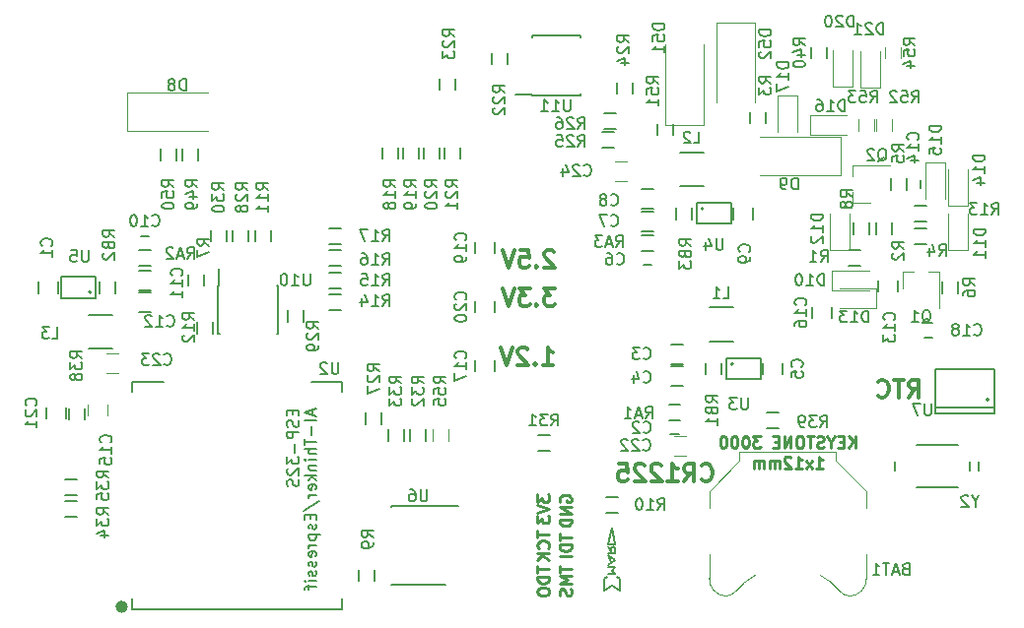
<source format=gbo>
G04 #@! TF.FileFunction,Legend,Bot*
%FSLAX46Y46*%
G04 Gerber Fmt 4.6, Leading zero omitted, Abs format (unit mm)*
G04 Created by KiCad (PCBNEW 4.0.7+dfsg1-1) date Thu Oct 12 15:58:27 2017*
%MOMM*%
%LPD*%
G01*
G04 APERTURE LIST*
%ADD10C,0.100000*%
%ADD11C,0.250000*%
%ADD12C,0.300000*%
%ADD13C,0.150000*%
%ADD14C,0.500000*%
%ADD15C,0.120000*%
%ADD16C,0.200000*%
G04 APERTURE END LIST*
D10*
D11*
X170370715Y-98716381D02*
X170370715Y-97716381D01*
X169799286Y-98716381D02*
X170227858Y-98144952D01*
X169799286Y-97716381D02*
X170370715Y-98287810D01*
X169370715Y-98192571D02*
X169037381Y-98192571D01*
X168894524Y-98716381D02*
X169370715Y-98716381D01*
X169370715Y-97716381D01*
X168894524Y-97716381D01*
X168275477Y-98240190D02*
X168275477Y-98716381D01*
X168608810Y-97716381D02*
X168275477Y-98240190D01*
X167942143Y-97716381D01*
X167656429Y-98668762D02*
X167513572Y-98716381D01*
X167275476Y-98716381D01*
X167180238Y-98668762D01*
X167132619Y-98621143D01*
X167085000Y-98525905D01*
X167085000Y-98430667D01*
X167132619Y-98335429D01*
X167180238Y-98287810D01*
X167275476Y-98240190D01*
X167465953Y-98192571D01*
X167561191Y-98144952D01*
X167608810Y-98097333D01*
X167656429Y-98002095D01*
X167656429Y-97906857D01*
X167608810Y-97811619D01*
X167561191Y-97764000D01*
X167465953Y-97716381D01*
X167227857Y-97716381D01*
X167085000Y-97764000D01*
X166799286Y-97716381D02*
X166227857Y-97716381D01*
X166513572Y-98716381D02*
X166513572Y-97716381D01*
X165704048Y-97716381D02*
X165513571Y-97716381D01*
X165418333Y-97764000D01*
X165323095Y-97859238D01*
X165275476Y-98049714D01*
X165275476Y-98383048D01*
X165323095Y-98573524D01*
X165418333Y-98668762D01*
X165513571Y-98716381D01*
X165704048Y-98716381D01*
X165799286Y-98668762D01*
X165894524Y-98573524D01*
X165942143Y-98383048D01*
X165942143Y-98049714D01*
X165894524Y-97859238D01*
X165799286Y-97764000D01*
X165704048Y-97716381D01*
X164846905Y-98716381D02*
X164846905Y-97716381D01*
X164275476Y-98716381D01*
X164275476Y-97716381D01*
X163799286Y-98192571D02*
X163465952Y-98192571D01*
X163323095Y-98716381D02*
X163799286Y-98716381D01*
X163799286Y-97716381D01*
X163323095Y-97716381D01*
X162227857Y-97716381D02*
X161608809Y-97716381D01*
X161942143Y-98097333D01*
X161799285Y-98097333D01*
X161704047Y-98144952D01*
X161656428Y-98192571D01*
X161608809Y-98287810D01*
X161608809Y-98525905D01*
X161656428Y-98621143D01*
X161704047Y-98668762D01*
X161799285Y-98716381D01*
X162085000Y-98716381D01*
X162180238Y-98668762D01*
X162227857Y-98621143D01*
X160989762Y-97716381D02*
X160894523Y-97716381D01*
X160799285Y-97764000D01*
X160751666Y-97811619D01*
X160704047Y-97906857D01*
X160656428Y-98097333D01*
X160656428Y-98335429D01*
X160704047Y-98525905D01*
X160751666Y-98621143D01*
X160799285Y-98668762D01*
X160894523Y-98716381D01*
X160989762Y-98716381D01*
X161085000Y-98668762D01*
X161132619Y-98621143D01*
X161180238Y-98525905D01*
X161227857Y-98335429D01*
X161227857Y-98097333D01*
X161180238Y-97906857D01*
X161132619Y-97811619D01*
X161085000Y-97764000D01*
X160989762Y-97716381D01*
X160037381Y-97716381D02*
X159942142Y-97716381D01*
X159846904Y-97764000D01*
X159799285Y-97811619D01*
X159751666Y-97906857D01*
X159704047Y-98097333D01*
X159704047Y-98335429D01*
X159751666Y-98525905D01*
X159799285Y-98621143D01*
X159846904Y-98668762D01*
X159942142Y-98716381D01*
X160037381Y-98716381D01*
X160132619Y-98668762D01*
X160180238Y-98621143D01*
X160227857Y-98525905D01*
X160275476Y-98335429D01*
X160275476Y-98097333D01*
X160227857Y-97906857D01*
X160180238Y-97811619D01*
X160132619Y-97764000D01*
X160037381Y-97716381D01*
X159085000Y-97716381D02*
X158989761Y-97716381D01*
X158894523Y-97764000D01*
X158846904Y-97811619D01*
X158799285Y-97906857D01*
X158751666Y-98097333D01*
X158751666Y-98335429D01*
X158799285Y-98525905D01*
X158846904Y-98621143D01*
X158894523Y-98668762D01*
X158989761Y-98716381D01*
X159085000Y-98716381D01*
X159180238Y-98668762D01*
X159227857Y-98621143D01*
X159275476Y-98525905D01*
X159323095Y-98335429D01*
X159323095Y-98097333D01*
X159275476Y-97906857D01*
X159227857Y-97811619D01*
X159180238Y-97764000D01*
X159085000Y-97716381D01*
X166989761Y-100466381D02*
X167561190Y-100466381D01*
X167275476Y-100466381D02*
X167275476Y-99466381D01*
X167370714Y-99609238D01*
X167465952Y-99704476D01*
X167561190Y-99752095D01*
X166656428Y-100466381D02*
X166132618Y-99799714D01*
X166656428Y-99799714D02*
X166132618Y-100466381D01*
X165227856Y-100466381D02*
X165799285Y-100466381D01*
X165513571Y-100466381D02*
X165513571Y-99466381D01*
X165608809Y-99609238D01*
X165704047Y-99704476D01*
X165799285Y-99752095D01*
X164846904Y-99561619D02*
X164799285Y-99514000D01*
X164704047Y-99466381D01*
X164465951Y-99466381D01*
X164370713Y-99514000D01*
X164323094Y-99561619D01*
X164275475Y-99656857D01*
X164275475Y-99752095D01*
X164323094Y-99894952D01*
X164894523Y-100466381D01*
X164275475Y-100466381D01*
X163846904Y-100466381D02*
X163846904Y-99799714D01*
X163846904Y-99894952D02*
X163799285Y-99847333D01*
X163704047Y-99799714D01*
X163561189Y-99799714D01*
X163465951Y-99847333D01*
X163418332Y-99942571D01*
X163418332Y-100466381D01*
X163418332Y-99942571D02*
X163370713Y-99847333D01*
X163275475Y-99799714D01*
X163132618Y-99799714D01*
X163037380Y-99847333D01*
X162989761Y-99942571D01*
X162989761Y-100466381D01*
X162513571Y-100466381D02*
X162513571Y-99799714D01*
X162513571Y-99894952D02*
X162465952Y-99847333D01*
X162370714Y-99799714D01*
X162227856Y-99799714D01*
X162132618Y-99847333D01*
X162084999Y-99942571D01*
X162084999Y-100466381D01*
X162084999Y-99942571D02*
X162037380Y-99847333D01*
X161942142Y-99799714D01*
X161799285Y-99799714D01*
X161704047Y-99847333D01*
X161656428Y-99942571D01*
X161656428Y-100466381D01*
D12*
X157186856Y-101452714D02*
X157258285Y-101524143D01*
X157472571Y-101595571D01*
X157615428Y-101595571D01*
X157829713Y-101524143D01*
X157972571Y-101381286D01*
X158043999Y-101238429D01*
X158115428Y-100952714D01*
X158115428Y-100738429D01*
X158043999Y-100452714D01*
X157972571Y-100309857D01*
X157829713Y-100167000D01*
X157615428Y-100095571D01*
X157472571Y-100095571D01*
X157258285Y-100167000D01*
X157186856Y-100238429D01*
X155686856Y-101595571D02*
X156186856Y-100881286D01*
X156543999Y-101595571D02*
X156543999Y-100095571D01*
X155972571Y-100095571D01*
X155829713Y-100167000D01*
X155758285Y-100238429D01*
X155686856Y-100381286D01*
X155686856Y-100595571D01*
X155758285Y-100738429D01*
X155829713Y-100809857D01*
X155972571Y-100881286D01*
X156543999Y-100881286D01*
X154258285Y-101595571D02*
X155115428Y-101595571D01*
X154686856Y-101595571D02*
X154686856Y-100095571D01*
X154829713Y-100309857D01*
X154972571Y-100452714D01*
X155115428Y-100524143D01*
X153686857Y-100238429D02*
X153615428Y-100167000D01*
X153472571Y-100095571D01*
X153115428Y-100095571D01*
X152972571Y-100167000D01*
X152901142Y-100238429D01*
X152829714Y-100381286D01*
X152829714Y-100524143D01*
X152901142Y-100738429D01*
X153758285Y-101595571D01*
X152829714Y-101595571D01*
X152258286Y-100238429D02*
X152186857Y-100167000D01*
X152044000Y-100095571D01*
X151686857Y-100095571D01*
X151544000Y-100167000D01*
X151472571Y-100238429D01*
X151401143Y-100381286D01*
X151401143Y-100524143D01*
X151472571Y-100738429D01*
X152329714Y-101595571D01*
X151401143Y-101595571D01*
X150044000Y-100095571D02*
X150758286Y-100095571D01*
X150829715Y-100809857D01*
X150758286Y-100738429D01*
X150615429Y-100667000D01*
X150258286Y-100667000D01*
X150115429Y-100738429D01*
X150044000Y-100809857D01*
X149972572Y-100952714D01*
X149972572Y-101309857D01*
X150044000Y-101452714D01*
X150115429Y-101524143D01*
X150258286Y-101595571D01*
X150615429Y-101595571D01*
X150758286Y-101524143D01*
X150829715Y-101452714D01*
X144502857Y-81823429D02*
X144431428Y-81752000D01*
X144288571Y-81680571D01*
X143931428Y-81680571D01*
X143788571Y-81752000D01*
X143717142Y-81823429D01*
X143645714Y-81966286D01*
X143645714Y-82109143D01*
X143717142Y-82323429D01*
X144574285Y-83180571D01*
X143645714Y-83180571D01*
X143002857Y-83037714D02*
X142931429Y-83109143D01*
X143002857Y-83180571D01*
X143074286Y-83109143D01*
X143002857Y-83037714D01*
X143002857Y-83180571D01*
X141574285Y-81680571D02*
X142288571Y-81680571D01*
X142360000Y-82394857D01*
X142288571Y-82323429D01*
X142145714Y-82252000D01*
X141788571Y-82252000D01*
X141645714Y-82323429D01*
X141574285Y-82394857D01*
X141502857Y-82537714D01*
X141502857Y-82894857D01*
X141574285Y-83037714D01*
X141645714Y-83109143D01*
X141788571Y-83180571D01*
X142145714Y-83180571D01*
X142288571Y-83109143D01*
X142360000Y-83037714D01*
X141074286Y-81680571D02*
X140574286Y-83180571D01*
X140074286Y-81680571D01*
X144574285Y-84982571D02*
X143645714Y-84982571D01*
X144145714Y-85554000D01*
X143931428Y-85554000D01*
X143788571Y-85625429D01*
X143717142Y-85696857D01*
X143645714Y-85839714D01*
X143645714Y-86196857D01*
X143717142Y-86339714D01*
X143788571Y-86411143D01*
X143931428Y-86482571D01*
X144360000Y-86482571D01*
X144502857Y-86411143D01*
X144574285Y-86339714D01*
X143002857Y-86339714D02*
X142931429Y-86411143D01*
X143002857Y-86482571D01*
X143074286Y-86411143D01*
X143002857Y-86339714D01*
X143002857Y-86482571D01*
X142431428Y-84982571D02*
X141502857Y-84982571D01*
X142002857Y-85554000D01*
X141788571Y-85554000D01*
X141645714Y-85625429D01*
X141574285Y-85696857D01*
X141502857Y-85839714D01*
X141502857Y-86196857D01*
X141574285Y-86339714D01*
X141645714Y-86411143D01*
X141788571Y-86482571D01*
X142217143Y-86482571D01*
X142360000Y-86411143D01*
X142431428Y-86339714D01*
X141074286Y-84982571D02*
X140574286Y-86482571D01*
X140074286Y-84982571D01*
X143518714Y-91562571D02*
X144375857Y-91562571D01*
X143947285Y-91562571D02*
X143947285Y-90062571D01*
X144090142Y-90276857D01*
X144233000Y-90419714D01*
X144375857Y-90491143D01*
X142875857Y-91419714D02*
X142804429Y-91491143D01*
X142875857Y-91562571D01*
X142947286Y-91491143D01*
X142875857Y-91419714D01*
X142875857Y-91562571D01*
X142233000Y-90205429D02*
X142161571Y-90134000D01*
X142018714Y-90062571D01*
X141661571Y-90062571D01*
X141518714Y-90134000D01*
X141447285Y-90205429D01*
X141375857Y-90348286D01*
X141375857Y-90491143D01*
X141447285Y-90705429D01*
X142304428Y-91562571D01*
X141375857Y-91562571D01*
X140947286Y-90062571D02*
X140447286Y-91562571D01*
X139947286Y-90062571D01*
D11*
X143082381Y-105854286D02*
X143082381Y-106425715D01*
X144082381Y-106140000D02*
X143082381Y-106140000D01*
X143987143Y-107330477D02*
X144034762Y-107282858D01*
X144082381Y-107140001D01*
X144082381Y-107044763D01*
X144034762Y-106901905D01*
X143939524Y-106806667D01*
X143844286Y-106759048D01*
X143653810Y-106711429D01*
X143510952Y-106711429D01*
X143320476Y-106759048D01*
X143225238Y-106806667D01*
X143130000Y-106901905D01*
X143082381Y-107044763D01*
X143082381Y-107140001D01*
X143130000Y-107282858D01*
X143177619Y-107330477D01*
X144082381Y-107759048D02*
X143082381Y-107759048D01*
X144082381Y-108330477D02*
X143510952Y-107901905D01*
X143082381Y-108330477D02*
X143653810Y-107759048D01*
X143082381Y-102726905D02*
X143082381Y-103345953D01*
X143463333Y-103012619D01*
X143463333Y-103155477D01*
X143510952Y-103250715D01*
X143558571Y-103298334D01*
X143653810Y-103345953D01*
X143891905Y-103345953D01*
X143987143Y-103298334D01*
X144034762Y-103250715D01*
X144082381Y-103155477D01*
X144082381Y-102869762D01*
X144034762Y-102774524D01*
X143987143Y-102726905D01*
X143082381Y-103631667D02*
X144082381Y-103965000D01*
X143082381Y-104298334D01*
X143082381Y-104536429D02*
X143082381Y-105155477D01*
X143463333Y-104822143D01*
X143463333Y-104965001D01*
X143510952Y-105060239D01*
X143558571Y-105107858D01*
X143653810Y-105155477D01*
X143891905Y-105155477D01*
X143987143Y-105107858D01*
X144034762Y-105060239D01*
X144082381Y-104965001D01*
X144082381Y-104679286D01*
X144034762Y-104584048D01*
X143987143Y-104536429D01*
X143082381Y-108878476D02*
X143082381Y-109449905D01*
X144082381Y-109164190D02*
X143082381Y-109164190D01*
X144082381Y-109783238D02*
X143082381Y-109783238D01*
X143082381Y-110021333D01*
X143130000Y-110164191D01*
X143225238Y-110259429D01*
X143320476Y-110307048D01*
X143510952Y-110354667D01*
X143653810Y-110354667D01*
X143844286Y-110307048D01*
X143939524Y-110259429D01*
X144034762Y-110164191D01*
X144082381Y-110021333D01*
X144082381Y-109783238D01*
X143082381Y-110973714D02*
X143082381Y-111164191D01*
X143130000Y-111259429D01*
X143225238Y-111354667D01*
X143415714Y-111402286D01*
X143749048Y-111402286D01*
X143939524Y-111354667D01*
X144034762Y-111259429D01*
X144082381Y-111164191D01*
X144082381Y-110973714D01*
X144034762Y-110878476D01*
X143939524Y-110783238D01*
X143749048Y-110735619D01*
X143415714Y-110735619D01*
X143225238Y-110783238D01*
X143130000Y-110878476D01*
X143082381Y-110973714D01*
X145035000Y-103330096D02*
X144987381Y-103234858D01*
X144987381Y-103092001D01*
X145035000Y-102949143D01*
X145130238Y-102853905D01*
X145225476Y-102806286D01*
X145415952Y-102758667D01*
X145558810Y-102758667D01*
X145749286Y-102806286D01*
X145844524Y-102853905D01*
X145939762Y-102949143D01*
X145987381Y-103092001D01*
X145987381Y-103187239D01*
X145939762Y-103330096D01*
X145892143Y-103377715D01*
X145558810Y-103377715D01*
X145558810Y-103187239D01*
X145987381Y-103806286D02*
X144987381Y-103806286D01*
X145987381Y-104377715D01*
X144987381Y-104377715D01*
X145987381Y-104853905D02*
X144987381Y-104853905D01*
X144987381Y-105092000D01*
X145035000Y-105234858D01*
X145130238Y-105330096D01*
X145225476Y-105377715D01*
X145415952Y-105425334D01*
X145558810Y-105425334D01*
X145749286Y-105377715D01*
X145844524Y-105330096D01*
X145939762Y-105234858D01*
X145987381Y-105092000D01*
X145987381Y-104853905D01*
X144987381Y-106116191D02*
X144987381Y-106687620D01*
X145987381Y-106401905D02*
X144987381Y-106401905D01*
X145987381Y-107020953D02*
X144987381Y-107020953D01*
X144987381Y-107259048D01*
X145035000Y-107401906D01*
X145130238Y-107497144D01*
X145225476Y-107544763D01*
X145415952Y-107592382D01*
X145558810Y-107592382D01*
X145749286Y-107544763D01*
X145844524Y-107497144D01*
X145939762Y-107401906D01*
X145987381Y-107259048D01*
X145987381Y-107020953D01*
X145987381Y-108020953D02*
X144987381Y-108020953D01*
X144987381Y-108854667D02*
X144987381Y-109426096D01*
X145987381Y-109140381D02*
X144987381Y-109140381D01*
X145987381Y-109759429D02*
X144987381Y-109759429D01*
X145701667Y-110092763D01*
X144987381Y-110426096D01*
X145987381Y-110426096D01*
X145939762Y-110854667D02*
X145987381Y-110997524D01*
X145987381Y-111235620D01*
X145939762Y-111330858D01*
X145892143Y-111378477D01*
X145796905Y-111426096D01*
X145701667Y-111426096D01*
X145606429Y-111378477D01*
X145558810Y-111330858D01*
X145511190Y-111235620D01*
X145463571Y-111045143D01*
X145415952Y-110949905D01*
X145368333Y-110902286D01*
X145273095Y-110854667D01*
X145177857Y-110854667D01*
X145082619Y-110902286D01*
X145035000Y-110949905D01*
X144987381Y-111045143D01*
X144987381Y-111283239D01*
X145035000Y-111426096D01*
D12*
X174967142Y-94356571D02*
X175467142Y-93642286D01*
X175824285Y-94356571D02*
X175824285Y-92856571D01*
X175252857Y-92856571D01*
X175109999Y-92928000D01*
X175038571Y-92999429D01*
X174967142Y-93142286D01*
X174967142Y-93356571D01*
X175038571Y-93499429D01*
X175109999Y-93570857D01*
X175252857Y-93642286D01*
X175824285Y-93642286D01*
X174538571Y-92856571D02*
X173681428Y-92856571D01*
X174109999Y-94356571D02*
X174109999Y-92856571D01*
X172324285Y-94213714D02*
X172395714Y-94285143D01*
X172610000Y-94356571D01*
X172752857Y-94356571D01*
X172967142Y-94285143D01*
X173110000Y-94142286D01*
X173181428Y-93999429D01*
X173252857Y-93713714D01*
X173252857Y-93499429D01*
X173181428Y-93213714D01*
X173110000Y-93070857D01*
X172967142Y-92928000D01*
X172752857Y-92856571D01*
X172610000Y-92856571D01*
X172395714Y-92928000D01*
X172324285Y-92999429D01*
D13*
X108232500Y-112562000D02*
X108232500Y-111673000D01*
X126266500Y-112562000D02*
X108232500Y-112562000D01*
X126266500Y-111673000D02*
X126266500Y-112562000D01*
X126266500Y-93004000D02*
X126266500Y-93893000D01*
X123663000Y-93004000D02*
X126266500Y-93004000D01*
X108232500Y-93004000D02*
X110963000Y-93004000D01*
X108232500Y-93893000D02*
X108232500Y-93004000D01*
D14*
X107638415Y-112384338D02*
G75*
G03X107638415Y-112384338I-283981J0D01*
G01*
D15*
X157345000Y-70900000D02*
X154045000Y-70900000D01*
X154045000Y-70900000D02*
X154045000Y-64000000D01*
X157345000Y-70900000D02*
X157345000Y-64000000D01*
D13*
X153369000Y-70826000D02*
X153369000Y-71826000D01*
X154719000Y-71826000D02*
X154719000Y-70826000D01*
X157870000Y-89565000D02*
X159870000Y-89565000D01*
X159870000Y-86615000D02*
X157870000Y-86615000D01*
X159886803Y-91500000D02*
G75*
G03X159886803Y-91500000I-111803J0D01*
G01*
X159275000Y-92800000D02*
X162275000Y-92800000D01*
X162275000Y-92800000D02*
X162275000Y-91000000D01*
X162275000Y-91000000D02*
X159275000Y-91000000D01*
X159275000Y-91000000D02*
X159275000Y-92800000D01*
X155330000Y-76230000D02*
X157330000Y-76230000D01*
X157330000Y-73280000D02*
X155330000Y-73280000D01*
X157346803Y-78135000D02*
G75*
G03X157346803Y-78135000I-111803J0D01*
G01*
X156735000Y-79435000D02*
X159735000Y-79435000D01*
X159735000Y-79435000D02*
X159735000Y-77635000D01*
X159735000Y-77635000D02*
X156735000Y-77635000D01*
X156735000Y-77635000D02*
X156735000Y-79435000D01*
X106530000Y-87250000D02*
X104530000Y-87250000D01*
X104530000Y-90200000D02*
X106530000Y-90200000D01*
X104736803Y-85315000D02*
G75*
G03X104736803Y-85315000I-111803J0D01*
G01*
X105125000Y-84015000D02*
X102125000Y-84015000D01*
X102125000Y-84015000D02*
X102125000Y-85815000D01*
X102125000Y-85815000D02*
X105125000Y-85815000D01*
X105125000Y-85815000D02*
X105125000Y-84015000D01*
X100235000Y-85415000D02*
X100235000Y-84415000D01*
X101935000Y-84415000D02*
X101935000Y-85415000D01*
X155560000Y-91480000D02*
X154560000Y-91480000D01*
X154560000Y-89780000D02*
X155560000Y-89780000D01*
X155560000Y-93385000D02*
X154560000Y-93385000D01*
X154560000Y-91685000D02*
X155560000Y-91685000D01*
X164165000Y-91400000D02*
X164165000Y-92400000D01*
X162465000Y-92400000D02*
X162465000Y-91400000D01*
X153020000Y-80050000D02*
X152020000Y-80050000D01*
X152020000Y-78350000D02*
X153020000Y-78350000D01*
X153020000Y-78145000D02*
X152020000Y-78145000D01*
X152020000Y-76445000D02*
X153020000Y-76445000D01*
X161625000Y-78065000D02*
X161625000Y-79065000D01*
X159925000Y-79065000D02*
X159925000Y-78065000D01*
X108840000Y-83430000D02*
X109840000Y-83430000D01*
X109840000Y-85130000D02*
X108840000Y-85130000D01*
X108840000Y-85335000D02*
X109840000Y-85335000D01*
X109840000Y-87035000D02*
X108840000Y-87035000D01*
X181857000Y-94567000D02*
G75*
G03X181857000Y-94567000I-127000J0D01*
G01*
X182365000Y-95202000D02*
X177285000Y-95202000D01*
X182365000Y-91900000D02*
X177285000Y-91900000D01*
X182365000Y-95710000D02*
X177285000Y-95710000D01*
X182365000Y-95710000D02*
X182365000Y-91900000D01*
X177285000Y-95710000D02*
X177285000Y-91900000D01*
X174071000Y-84288000D02*
X174071000Y-85288000D01*
X172371000Y-85288000D02*
X172371000Y-84288000D01*
D15*
X174435000Y-83520000D02*
X175365000Y-83520000D01*
X177595000Y-83520000D02*
X176665000Y-83520000D01*
X177595000Y-83520000D02*
X177595000Y-86680000D01*
X174435000Y-83520000D02*
X174435000Y-84980000D01*
X170175000Y-77605000D02*
X170175000Y-76675000D01*
X170175000Y-74445000D02*
X170175000Y-75375000D01*
X170175000Y-74445000D02*
X173335000Y-74445000D01*
X170175000Y-77605000D02*
X171635000Y-77605000D01*
D13*
X154510000Y-97510000D02*
X155210000Y-97510000D01*
X155210000Y-96310000D02*
X154510000Y-96310000D01*
X152170000Y-82975000D02*
X152870000Y-82975000D01*
X152870000Y-81775000D02*
X152170000Y-81775000D01*
X109690000Y-80505000D02*
X108990000Y-80505000D01*
X108990000Y-81705000D02*
X109690000Y-81705000D01*
X174780000Y-75675000D02*
X174780000Y-76375000D01*
X175980000Y-76375000D02*
X175980000Y-75675000D01*
X170800000Y-81700000D02*
X169800000Y-81700000D01*
X169800000Y-83050000D02*
X170800000Y-83050000D01*
X172165000Y-79335000D02*
X172165000Y-80335000D01*
X173515000Y-80335000D02*
X173515000Y-79335000D01*
X175515000Y-81145000D02*
X176515000Y-81145000D01*
X176515000Y-79795000D02*
X175515000Y-79795000D01*
X174785000Y-76525000D02*
X174785000Y-75525000D01*
X173435000Y-75525000D02*
X173435000Y-76525000D01*
X179230000Y-85415000D02*
X179230000Y-84415000D01*
X177880000Y-84415000D02*
X177880000Y-85415000D01*
X114460000Y-84780000D02*
X114460000Y-83780000D01*
X113110000Y-83780000D02*
X113110000Y-84780000D01*
X170260000Y-79335000D02*
X170260000Y-80335000D01*
X171610000Y-80335000D02*
X171610000Y-79335000D01*
X129065000Y-110180000D02*
X129065000Y-109180000D01*
X127715000Y-109180000D02*
X127715000Y-110180000D01*
X148972000Y-104259000D02*
X149972000Y-104259000D01*
X149972000Y-102909000D02*
X148972000Y-102909000D01*
X175515000Y-79240000D02*
X176515000Y-79240000D01*
X176515000Y-77890000D02*
X175515000Y-77890000D01*
X155360000Y-94965000D02*
X154360000Y-94965000D01*
X154360000Y-96315000D02*
X155360000Y-96315000D01*
X108840000Y-83050000D02*
X109840000Y-83050000D01*
X109840000Y-81700000D02*
X108840000Y-81700000D01*
X153020000Y-80430000D02*
X152020000Y-80430000D01*
X152020000Y-81780000D02*
X153020000Y-81780000D01*
X158910000Y-92400000D02*
X158910000Y-91400000D01*
X157560000Y-91400000D02*
X157560000Y-92400000D01*
X105490000Y-84415000D02*
X105490000Y-85415000D01*
X106840000Y-85415000D02*
X106840000Y-84415000D01*
X156370000Y-79065000D02*
X156370000Y-78065000D01*
X155020000Y-78065000D02*
X155020000Y-79065000D01*
X125182000Y-86860000D02*
X126182000Y-86860000D01*
X126182000Y-85510000D02*
X125182000Y-85510000D01*
X125182000Y-84954000D02*
X126182000Y-84954000D01*
X126182000Y-83604000D02*
X125182000Y-83604000D01*
X125182000Y-83050000D02*
X126182000Y-83050000D01*
X126182000Y-81700000D02*
X125182000Y-81700000D01*
X125182000Y-81145000D02*
X126182000Y-81145000D01*
X126182000Y-79795000D02*
X125182000Y-79795000D01*
X129747000Y-72858000D02*
X129747000Y-73858000D01*
X131097000Y-73858000D02*
X131097000Y-72858000D01*
X131525000Y-72858000D02*
X131525000Y-73858000D01*
X132875000Y-73858000D02*
X132875000Y-72858000D01*
X133303000Y-72858000D02*
X133303000Y-73858000D01*
X134653000Y-73858000D02*
X134653000Y-72858000D01*
X135081000Y-72858000D02*
X135081000Y-73858000D01*
X136431000Y-73858000D02*
X136431000Y-72858000D01*
X115655000Y-84745000D02*
X115705000Y-84745000D01*
X115655000Y-88895000D02*
X115800000Y-88895000D01*
X120805000Y-88895000D02*
X120660000Y-88895000D01*
X120805000Y-84745000D02*
X120660000Y-84745000D01*
X115655000Y-84745000D02*
X115655000Y-88895000D01*
X120805000Y-84745000D02*
X120805000Y-88895000D01*
X115705000Y-84745000D02*
X115705000Y-83345000D01*
X176300000Y-89198000D02*
X177000000Y-89198000D01*
X177000000Y-87998000D02*
X176300000Y-87998000D01*
X142605000Y-68375000D02*
X142605000Y-68325000D01*
X146755000Y-68375000D02*
X146755000Y-68230000D01*
X146755000Y-63225000D02*
X146755000Y-63370000D01*
X142605000Y-63225000D02*
X142605000Y-63370000D01*
X142605000Y-68375000D02*
X146755000Y-68375000D01*
X142605000Y-63225000D02*
X146755000Y-63225000D01*
X142605000Y-68325000D02*
X141205000Y-68325000D01*
X161370000Y-69810000D02*
X161370000Y-70810000D01*
X162720000Y-70810000D02*
X162720000Y-69810000D01*
X139145000Y-64730000D02*
X139145000Y-65730000D01*
X140495000Y-65730000D02*
X140495000Y-64730000D01*
X134700000Y-66932000D02*
X134700000Y-67932000D01*
X136050000Y-67932000D02*
X136050000Y-66932000D01*
X149940000Y-67270000D02*
X149940000Y-68270000D01*
X151290000Y-68270000D02*
X151290000Y-67270000D01*
X148675000Y-72890000D02*
X149675000Y-72890000D01*
X149675000Y-71540000D02*
X148675000Y-71540000D01*
X148780000Y-71275000D02*
X149780000Y-71275000D01*
X149780000Y-69925000D02*
X148780000Y-69925000D01*
X130510000Y-103690000D02*
X130510000Y-103790000D01*
X130510000Y-110515000D02*
X130510000Y-110490000D01*
X135160000Y-110515000D02*
X135160000Y-110490000D01*
X136235000Y-103690000D02*
X130510000Y-103690000D01*
X135160000Y-110515000D02*
X130510000Y-110515000D01*
X120175000Y-80970000D02*
X120175000Y-79970000D01*
X118825000Y-79970000D02*
X118825000Y-80970000D01*
X113805000Y-87900000D02*
X113805000Y-88900000D01*
X115155000Y-88900000D02*
X115155000Y-87900000D01*
X128350000Y-95675000D02*
X128350000Y-96675000D01*
X129700000Y-96675000D02*
X129700000Y-95675000D01*
X118270000Y-80970000D02*
X118270000Y-79970000D01*
X116920000Y-79970000D02*
X116920000Y-80970000D01*
X122955000Y-87900000D02*
X122955000Y-86900000D01*
X121605000Y-86900000D02*
X121605000Y-87900000D01*
X116365000Y-80970000D02*
X116365000Y-79970000D01*
X115015000Y-79970000D02*
X115015000Y-80970000D01*
X143130000Y-98925000D02*
X144130000Y-98925000D01*
X144130000Y-97575000D02*
X143130000Y-97575000D01*
X132160000Y-97115000D02*
X132160000Y-98115000D01*
X133510000Y-98115000D02*
X133510000Y-97115000D01*
X130255000Y-97115000D02*
X130255000Y-98115000D01*
X131605000Y-98115000D02*
X131605000Y-97115000D01*
X103490000Y-103290000D02*
X102490000Y-103290000D01*
X102490000Y-104640000D02*
X103490000Y-104640000D01*
X103490000Y-101385000D02*
X102490000Y-101385000D01*
X102490000Y-102735000D02*
X103490000Y-102735000D01*
X102823000Y-95294000D02*
X102823000Y-96294000D01*
X104173000Y-96294000D02*
X104173000Y-95294000D01*
X168356000Y-86574000D02*
X168356000Y-87574000D01*
X166656000Y-87574000D02*
X166656000Y-86574000D01*
X162815000Y-97020000D02*
X163815000Y-97020000D01*
X163815000Y-95670000D02*
X162815000Y-95670000D01*
X166577000Y-64222000D02*
X166577000Y-65222000D01*
X167927000Y-65222000D02*
X167927000Y-64222000D01*
X137700000Y-92146000D02*
X137700000Y-91146000D01*
X139400000Y-91146000D02*
X139400000Y-92146000D01*
X139400000Y-80986000D02*
X139400000Y-81986000D01*
X137700000Y-81986000D02*
X137700000Y-80986000D01*
X137700000Y-87066000D02*
X137700000Y-86066000D01*
X139400000Y-86066000D02*
X139400000Y-87066000D01*
X100870000Y-96210000D02*
X100870000Y-95210000D01*
X102570000Y-95210000D02*
X102570000Y-96210000D01*
X112602000Y-72985000D02*
X112602000Y-73985000D01*
X113952000Y-73985000D02*
X113952000Y-72985000D01*
X110697000Y-72985000D02*
X110697000Y-73985000D01*
X112047000Y-73985000D02*
X112047000Y-72985000D01*
D15*
X172160000Y-70445000D02*
X172160000Y-71445000D01*
X173520000Y-71445000D02*
X173520000Y-70445000D01*
X170636000Y-70445000D02*
X170636000Y-71445000D01*
X171996000Y-71445000D02*
X171996000Y-70445000D01*
D13*
X173812000Y-99882000D02*
X173812000Y-100682000D01*
X179212000Y-98482000D02*
X175612000Y-98482000D01*
X179212000Y-102082000D02*
X175612000Y-102082000D01*
X180212000Y-99882000D02*
X180212000Y-100682000D01*
X181012000Y-99882000D02*
X181012000Y-100682000D01*
D15*
X106126000Y-94956000D02*
X106126000Y-95956000D01*
X104426000Y-95956000D02*
X104426000Y-94956000D01*
X107861000Y-71452000D02*
X107861000Y-68152000D01*
X107861000Y-68152000D02*
X114761000Y-68152000D01*
X107861000Y-71452000D02*
X114761000Y-71452000D01*
X169112000Y-71962000D02*
X169112000Y-75262000D01*
X169112000Y-75262000D02*
X162212000Y-75262000D01*
X169112000Y-71962000D02*
X162212000Y-71962000D01*
X158490000Y-62100000D02*
X161790000Y-62100000D01*
X161790000Y-62100000D02*
X161790000Y-69000000D01*
X158490000Y-62100000D02*
X158490000Y-69000000D01*
X155814000Y-99354000D02*
X154814000Y-99354000D01*
X154814000Y-97654000D02*
X155814000Y-97654000D01*
X106046000Y-90542000D02*
X107046000Y-90542000D01*
X107046000Y-92242000D02*
X106046000Y-92242000D01*
X149734000Y-74032000D02*
X150734000Y-74032000D01*
X150734000Y-75732000D02*
X149734000Y-75732000D01*
X172922000Y-64222000D02*
X172922000Y-65222000D01*
X174282000Y-65222000D02*
X174282000Y-64222000D01*
X135420000Y-98115000D02*
X135420000Y-97115000D01*
X134060000Y-97115000D02*
X134060000Y-98115000D01*
D13*
X148772000Y-109969000D02*
X149072000Y-109769000D01*
X150172000Y-109969000D02*
X149872000Y-109769000D01*
X148772000Y-110969000D02*
X148772000Y-109969000D01*
X149472000Y-110569000D02*
X148772000Y-110969000D01*
X150172000Y-110969000D02*
X149472000Y-110569000D01*
X150172000Y-109969000D02*
X150172000Y-110969000D01*
X149472000Y-105569000D02*
X149172000Y-106969000D01*
X149772000Y-106969000D02*
X149472000Y-105569000D01*
X149172000Y-106969000D02*
X149772000Y-106969000D01*
X149172000Y-107169000D02*
X149372000Y-107669000D01*
X149372000Y-107369000D02*
X149372000Y-107769000D01*
X149572000Y-107169000D02*
X149372000Y-107369000D01*
X149772000Y-107369000D02*
X149572000Y-107169000D01*
X149772000Y-107769000D02*
X149772000Y-107369000D01*
X149172000Y-107769000D02*
X149772000Y-107769000D01*
X149172000Y-107969000D02*
X149372000Y-108569000D01*
X149772000Y-108369000D02*
X149172000Y-107969000D01*
X149172000Y-108769000D02*
X149772000Y-108369000D01*
X149772000Y-108969000D02*
X149172000Y-108969000D01*
X149472000Y-109269000D02*
X149772000Y-108969000D01*
X149772000Y-109569000D02*
X149472000Y-109269000D01*
X149172000Y-109569000D02*
X149772000Y-109569000D01*
D15*
X160091264Y-111074552D02*
G75*
G02X161785000Y-109670000I4493736J-3695448D01*
G01*
X167317553Y-109624793D02*
G75*
G02X169085000Y-111070000I-2732553J-5145207D01*
G01*
X159170385Y-111454160D02*
G75*
G03X160085000Y-111070000I124615J984160D01*
G01*
X169999615Y-111454160D02*
G75*
G02X169085000Y-111070000I-124615J984160D01*
G01*
X157835000Y-109920000D02*
G75*
G03X159285000Y-111470000I1500000J-50000D01*
G01*
X171335000Y-109920000D02*
G75*
G02X169885000Y-111470000I-1500000J-50000D01*
G01*
X157835000Y-107870000D02*
X157835000Y-109970000D01*
X171335000Y-107870000D02*
X171335000Y-109970000D01*
X171335000Y-103870000D02*
X171335000Y-102420000D01*
X171335000Y-102420000D02*
X168735000Y-99820000D01*
X168735000Y-99820000D02*
X168735000Y-99020000D01*
X168735000Y-99020000D02*
X160435000Y-99020000D01*
X160435000Y-99020000D02*
X160435000Y-99820000D01*
X160435000Y-99820000D02*
X157835000Y-102420000D01*
X157835000Y-102420000D02*
X157835000Y-103870000D01*
X170134000Y-67638000D02*
X168434000Y-67638000D01*
X168434000Y-67638000D02*
X168434000Y-64488000D01*
X170134000Y-67638000D02*
X170134000Y-64488000D01*
X172547000Y-67731000D02*
X170847000Y-67731000D01*
X170847000Y-67731000D02*
X170847000Y-64581000D01*
X172547000Y-67731000D02*
X172547000Y-64581000D01*
X168400000Y-85130000D02*
X168400000Y-83430000D01*
X168400000Y-83430000D02*
X171550000Y-83430000D01*
X168400000Y-85130000D02*
X171550000Y-85130000D01*
X180040000Y-81735000D02*
X178340000Y-81735000D01*
X178340000Y-81735000D02*
X178340000Y-78585000D01*
X180040000Y-81735000D02*
X180040000Y-78585000D01*
X169880000Y-81735000D02*
X168180000Y-81735000D01*
X168180000Y-81735000D02*
X168180000Y-78585000D01*
X169880000Y-81735000D02*
X169880000Y-78585000D01*
X172200000Y-84954000D02*
X172200000Y-86654000D01*
X172200000Y-86654000D02*
X169050000Y-86654000D01*
X172200000Y-84954000D02*
X169050000Y-84954000D01*
X180040000Y-77925000D02*
X178340000Y-77925000D01*
X178340000Y-77925000D02*
X178340000Y-74775000D01*
X180040000Y-77925000D02*
X180040000Y-74775000D01*
X176435000Y-74125000D02*
X178135000Y-74125000D01*
X178135000Y-74125000D02*
X178135000Y-77275000D01*
X176435000Y-74125000D02*
X176435000Y-77275000D01*
X166495000Y-71795000D02*
X166495000Y-70095000D01*
X166495000Y-70095000D02*
X169645000Y-70095000D01*
X166495000Y-71795000D02*
X169645000Y-71795000D01*
X163735000Y-68410000D02*
X165435000Y-68410000D01*
X165435000Y-68410000D02*
X165435000Y-71560000D01*
X163735000Y-68410000D02*
X163735000Y-71560000D01*
D13*
X125976905Y-91352381D02*
X125976905Y-92161905D01*
X125929286Y-92257143D01*
X125881667Y-92304762D01*
X125786429Y-92352381D01*
X125595952Y-92352381D01*
X125500714Y-92304762D01*
X125453095Y-92257143D01*
X125405476Y-92161905D01*
X125405476Y-91352381D01*
X124976905Y-91447619D02*
X124929286Y-91400000D01*
X124834048Y-91352381D01*
X124595952Y-91352381D01*
X124500714Y-91400000D01*
X124453095Y-91447619D01*
X124405476Y-91542857D01*
X124405476Y-91638095D01*
X124453095Y-91780952D01*
X125024524Y-92352381D01*
X124405476Y-92352381D01*
X123779667Y-95446333D02*
X123779667Y-95922524D01*
X124065381Y-95351095D02*
X123065381Y-95684428D01*
X124065381Y-96017762D01*
X124065381Y-96351095D02*
X123065381Y-96351095D01*
X123684429Y-96827285D02*
X123684429Y-97589190D01*
X123065381Y-97922523D02*
X123065381Y-98493952D01*
X124065381Y-98208237D02*
X123065381Y-98208237D01*
X124065381Y-98827285D02*
X123065381Y-98827285D01*
X124065381Y-99255857D02*
X123541571Y-99255857D01*
X123446333Y-99208238D01*
X123398714Y-99113000D01*
X123398714Y-98970142D01*
X123446333Y-98874904D01*
X123493952Y-98827285D01*
X124065381Y-99732047D02*
X123398714Y-99732047D01*
X123065381Y-99732047D02*
X123113000Y-99684428D01*
X123160619Y-99732047D01*
X123113000Y-99779666D01*
X123065381Y-99732047D01*
X123160619Y-99732047D01*
X123398714Y-100208237D02*
X124065381Y-100208237D01*
X123493952Y-100208237D02*
X123446333Y-100255856D01*
X123398714Y-100351094D01*
X123398714Y-100493952D01*
X123446333Y-100589190D01*
X123541571Y-100636809D01*
X124065381Y-100636809D01*
X124065381Y-101112999D02*
X123065381Y-101112999D01*
X123684429Y-101208237D02*
X124065381Y-101493952D01*
X123398714Y-101493952D02*
X123779667Y-101112999D01*
X124017762Y-102303476D02*
X124065381Y-102208238D01*
X124065381Y-102017761D01*
X124017762Y-101922523D01*
X123922524Y-101874904D01*
X123541571Y-101874904D01*
X123446333Y-101922523D01*
X123398714Y-102017761D01*
X123398714Y-102208238D01*
X123446333Y-102303476D01*
X123541571Y-102351095D01*
X123636810Y-102351095D01*
X123732048Y-101874904D01*
X124065381Y-102779666D02*
X123398714Y-102779666D01*
X123589190Y-102779666D02*
X123493952Y-102827285D01*
X123446333Y-102874904D01*
X123398714Y-102970142D01*
X123398714Y-103065381D01*
X123017762Y-104113000D02*
X124303476Y-103255857D01*
X123541571Y-104446333D02*
X123541571Y-104779667D01*
X124065381Y-104922524D02*
X124065381Y-104446333D01*
X123065381Y-104446333D01*
X123065381Y-104922524D01*
X124017762Y-105303476D02*
X124065381Y-105398714D01*
X124065381Y-105589190D01*
X124017762Y-105684429D01*
X123922524Y-105732048D01*
X123874905Y-105732048D01*
X123779667Y-105684429D01*
X123732048Y-105589190D01*
X123732048Y-105446333D01*
X123684429Y-105351095D01*
X123589190Y-105303476D01*
X123541571Y-105303476D01*
X123446333Y-105351095D01*
X123398714Y-105446333D01*
X123398714Y-105589190D01*
X123446333Y-105684429D01*
X123398714Y-106160619D02*
X124398714Y-106160619D01*
X123446333Y-106160619D02*
X123398714Y-106255857D01*
X123398714Y-106446334D01*
X123446333Y-106541572D01*
X123493952Y-106589191D01*
X123589190Y-106636810D01*
X123874905Y-106636810D01*
X123970143Y-106589191D01*
X124017762Y-106541572D01*
X124065381Y-106446334D01*
X124065381Y-106255857D01*
X124017762Y-106160619D01*
X124065381Y-107065381D02*
X123398714Y-107065381D01*
X123589190Y-107065381D02*
X123493952Y-107113000D01*
X123446333Y-107160619D01*
X123398714Y-107255857D01*
X123398714Y-107351096D01*
X124017762Y-108065382D02*
X124065381Y-107970144D01*
X124065381Y-107779667D01*
X124017762Y-107684429D01*
X123922524Y-107636810D01*
X123541571Y-107636810D01*
X123446333Y-107684429D01*
X123398714Y-107779667D01*
X123398714Y-107970144D01*
X123446333Y-108065382D01*
X123541571Y-108113001D01*
X123636810Y-108113001D01*
X123732048Y-107636810D01*
X124017762Y-108493953D02*
X124065381Y-108589191D01*
X124065381Y-108779667D01*
X124017762Y-108874906D01*
X123922524Y-108922525D01*
X123874905Y-108922525D01*
X123779667Y-108874906D01*
X123732048Y-108779667D01*
X123732048Y-108636810D01*
X123684429Y-108541572D01*
X123589190Y-108493953D01*
X123541571Y-108493953D01*
X123446333Y-108541572D01*
X123398714Y-108636810D01*
X123398714Y-108779667D01*
X123446333Y-108874906D01*
X124017762Y-109303477D02*
X124065381Y-109398715D01*
X124065381Y-109589191D01*
X124017762Y-109684430D01*
X123922524Y-109732049D01*
X123874905Y-109732049D01*
X123779667Y-109684430D01*
X123732048Y-109589191D01*
X123732048Y-109446334D01*
X123684429Y-109351096D01*
X123589190Y-109303477D01*
X123541571Y-109303477D01*
X123446333Y-109351096D01*
X123398714Y-109446334D01*
X123398714Y-109589191D01*
X123446333Y-109684430D01*
X124065381Y-110160620D02*
X123398714Y-110160620D01*
X123065381Y-110160620D02*
X123113000Y-110113001D01*
X123160619Y-110160620D01*
X123113000Y-110208239D01*
X123065381Y-110160620D01*
X123160619Y-110160620D01*
X123398714Y-110493953D02*
X123398714Y-110874905D01*
X124065381Y-110636810D02*
X123208238Y-110636810D01*
X123113000Y-110684429D01*
X123065381Y-110779667D01*
X123065381Y-110874905D01*
X122041571Y-95474905D02*
X122041571Y-95808239D01*
X122565381Y-95951096D02*
X122565381Y-95474905D01*
X121565381Y-95474905D01*
X121565381Y-95951096D01*
X122517762Y-96332048D02*
X122565381Y-96474905D01*
X122565381Y-96713001D01*
X122517762Y-96808239D01*
X122470143Y-96855858D01*
X122374905Y-96903477D01*
X122279667Y-96903477D01*
X122184429Y-96855858D01*
X122136810Y-96808239D01*
X122089190Y-96713001D01*
X122041571Y-96522524D01*
X121993952Y-96427286D01*
X121946333Y-96379667D01*
X121851095Y-96332048D01*
X121755857Y-96332048D01*
X121660619Y-96379667D01*
X121613000Y-96427286D01*
X121565381Y-96522524D01*
X121565381Y-96760620D01*
X121613000Y-96903477D01*
X122565381Y-97332048D02*
X121565381Y-97332048D01*
X121565381Y-97713001D01*
X121613000Y-97808239D01*
X121660619Y-97855858D01*
X121755857Y-97903477D01*
X121898714Y-97903477D01*
X121993952Y-97855858D01*
X122041571Y-97808239D01*
X122089190Y-97713001D01*
X122089190Y-97332048D01*
X122184429Y-98332048D02*
X122184429Y-99093953D01*
X121565381Y-99474905D02*
X121565381Y-100093953D01*
X121946333Y-99760619D01*
X121946333Y-99903477D01*
X121993952Y-99998715D01*
X122041571Y-100046334D01*
X122136810Y-100093953D01*
X122374905Y-100093953D01*
X122470143Y-100046334D01*
X122517762Y-99998715D01*
X122565381Y-99903477D01*
X122565381Y-99617762D01*
X122517762Y-99522524D01*
X122470143Y-99474905D01*
X121660619Y-100474905D02*
X121613000Y-100522524D01*
X121565381Y-100617762D01*
X121565381Y-100855858D01*
X121613000Y-100951096D01*
X121660619Y-100998715D01*
X121755857Y-101046334D01*
X121851095Y-101046334D01*
X121993952Y-100998715D01*
X122565381Y-100427286D01*
X122565381Y-101046334D01*
X122517762Y-101427286D02*
X122565381Y-101570143D01*
X122565381Y-101808239D01*
X122517762Y-101903477D01*
X122470143Y-101951096D01*
X122374905Y-101998715D01*
X122279667Y-101998715D01*
X122184429Y-101951096D01*
X122136810Y-101903477D01*
X122089190Y-101808239D01*
X122041571Y-101617762D01*
X121993952Y-101522524D01*
X121946333Y-101474905D01*
X121851095Y-101427286D01*
X121755857Y-101427286D01*
X121660619Y-101474905D01*
X121613000Y-101522524D01*
X121565381Y-101617762D01*
X121565381Y-101855858D01*
X121613000Y-101998715D01*
X153988381Y-62237714D02*
X152988381Y-62237714D01*
X152988381Y-62475809D01*
X153036000Y-62618667D01*
X153131238Y-62713905D01*
X153226476Y-62761524D01*
X153416952Y-62809143D01*
X153559810Y-62809143D01*
X153750286Y-62761524D01*
X153845524Y-62713905D01*
X153940762Y-62618667D01*
X153988381Y-62475809D01*
X153988381Y-62237714D01*
X152988381Y-63713905D02*
X152988381Y-63237714D01*
X153464571Y-63190095D01*
X153416952Y-63237714D01*
X153369333Y-63332952D01*
X153369333Y-63571048D01*
X153416952Y-63666286D01*
X153464571Y-63713905D01*
X153559810Y-63761524D01*
X153797905Y-63761524D01*
X153893143Y-63713905D01*
X153940762Y-63666286D01*
X153988381Y-63571048D01*
X153988381Y-63332952D01*
X153940762Y-63237714D01*
X153893143Y-63190095D01*
X153988381Y-64713905D02*
X153988381Y-64142476D01*
X153988381Y-64428190D02*
X152988381Y-64428190D01*
X153131238Y-64332952D01*
X153226476Y-64237714D01*
X153274095Y-64142476D01*
X153480381Y-67381143D02*
X153004190Y-67047809D01*
X153480381Y-66809714D02*
X152480381Y-66809714D01*
X152480381Y-67190667D01*
X152528000Y-67285905D01*
X152575619Y-67333524D01*
X152670857Y-67381143D01*
X152813714Y-67381143D01*
X152908952Y-67333524D01*
X152956571Y-67285905D01*
X153004190Y-67190667D01*
X153004190Y-66809714D01*
X152480381Y-68285905D02*
X152480381Y-67809714D01*
X152956571Y-67762095D01*
X152908952Y-67809714D01*
X152861333Y-67904952D01*
X152861333Y-68143048D01*
X152908952Y-68238286D01*
X152956571Y-68285905D01*
X153051810Y-68333524D01*
X153289905Y-68333524D01*
X153385143Y-68285905D01*
X153432762Y-68238286D01*
X153480381Y-68143048D01*
X153480381Y-67904952D01*
X153432762Y-67809714D01*
X153385143Y-67762095D01*
X153480381Y-69285905D02*
X153480381Y-68714476D01*
X153480381Y-69000190D02*
X152480381Y-69000190D01*
X152623238Y-68904952D01*
X152718476Y-68809714D01*
X152766095Y-68714476D01*
X159036666Y-85842381D02*
X159512857Y-85842381D01*
X159512857Y-84842381D01*
X158179523Y-85842381D02*
X158750952Y-85842381D01*
X158465238Y-85842381D02*
X158465238Y-84842381D01*
X158560476Y-84985238D01*
X158655714Y-85080476D01*
X158750952Y-85128095D01*
D16*
X161155905Y-94400381D02*
X161155905Y-95209905D01*
X161108286Y-95305143D01*
X161060667Y-95352762D01*
X160965429Y-95400381D01*
X160774952Y-95400381D01*
X160679714Y-95352762D01*
X160632095Y-95305143D01*
X160584476Y-95209905D01*
X160584476Y-94400381D01*
X160203524Y-94400381D02*
X159584476Y-94400381D01*
X159917810Y-94781333D01*
X159774952Y-94781333D01*
X159679714Y-94828952D01*
X159632095Y-94876571D01*
X159584476Y-94971810D01*
X159584476Y-95209905D01*
X159632095Y-95305143D01*
X159679714Y-95352762D01*
X159774952Y-95400381D01*
X160060667Y-95400381D01*
X160155905Y-95352762D01*
X160203524Y-95305143D01*
D13*
X156496666Y-72507381D02*
X156972857Y-72507381D01*
X156972857Y-71507381D01*
X156210952Y-71602619D02*
X156163333Y-71555000D01*
X156068095Y-71507381D01*
X155829999Y-71507381D01*
X155734761Y-71555000D01*
X155687142Y-71602619D01*
X155639523Y-71697857D01*
X155639523Y-71793095D01*
X155687142Y-71935952D01*
X156258571Y-72507381D01*
X155639523Y-72507381D01*
D16*
X158996905Y-80684381D02*
X158996905Y-81493905D01*
X158949286Y-81589143D01*
X158901667Y-81636762D01*
X158806429Y-81684381D01*
X158615952Y-81684381D01*
X158520714Y-81636762D01*
X158473095Y-81589143D01*
X158425476Y-81493905D01*
X158425476Y-80684381D01*
X157520714Y-81017714D02*
X157520714Y-81684381D01*
X157758810Y-80636762D02*
X157996905Y-81351048D01*
X157377857Y-81351048D01*
D13*
X101378666Y-89304381D02*
X101854857Y-89304381D01*
X101854857Y-88304381D01*
X101140571Y-88304381D02*
X100521523Y-88304381D01*
X100854857Y-88685333D01*
X100711999Y-88685333D01*
X100616761Y-88732952D01*
X100569142Y-88780571D01*
X100521523Y-88875810D01*
X100521523Y-89113905D01*
X100569142Y-89209143D01*
X100616761Y-89256762D01*
X100711999Y-89304381D01*
X100997714Y-89304381D01*
X101092952Y-89256762D01*
X101140571Y-89209143D01*
D16*
X104513905Y-81700381D02*
X104513905Y-82509905D01*
X104466286Y-82605143D01*
X104418667Y-82652762D01*
X104323429Y-82700381D01*
X104132952Y-82700381D01*
X104037714Y-82652762D01*
X103990095Y-82605143D01*
X103942476Y-82509905D01*
X103942476Y-81700381D01*
X102990095Y-81700381D02*
X103466286Y-81700381D01*
X103513905Y-82176571D01*
X103466286Y-82128952D01*
X103371048Y-82081333D01*
X103132952Y-82081333D01*
X103037714Y-82128952D01*
X102990095Y-82176571D01*
X102942476Y-82271810D01*
X102942476Y-82509905D01*
X102990095Y-82605143D01*
X103037714Y-82652762D01*
X103132952Y-82700381D01*
X103371048Y-82700381D01*
X103466286Y-82652762D01*
X103513905Y-82605143D01*
D13*
X101315143Y-81319334D02*
X101362762Y-81271715D01*
X101410381Y-81128858D01*
X101410381Y-81033620D01*
X101362762Y-80890762D01*
X101267524Y-80795524D01*
X101172286Y-80747905D01*
X100981810Y-80700286D01*
X100838952Y-80700286D01*
X100648476Y-80747905D01*
X100553238Y-80795524D01*
X100458000Y-80890762D01*
X100410381Y-81033620D01*
X100410381Y-81128858D01*
X100458000Y-81271715D01*
X100505619Y-81319334D01*
X101410381Y-82271715D02*
X101410381Y-81700286D01*
X101410381Y-81986000D02*
X100410381Y-81986000D01*
X100553238Y-81890762D01*
X100648476Y-81795524D01*
X100696095Y-81700286D01*
X152178666Y-90987143D02*
X152226285Y-91034762D01*
X152369142Y-91082381D01*
X152464380Y-91082381D01*
X152607238Y-91034762D01*
X152702476Y-90939524D01*
X152750095Y-90844286D01*
X152797714Y-90653810D01*
X152797714Y-90510952D01*
X152750095Y-90320476D01*
X152702476Y-90225238D01*
X152607238Y-90130000D01*
X152464380Y-90082381D01*
X152369142Y-90082381D01*
X152226285Y-90130000D01*
X152178666Y-90177619D01*
X151845333Y-90082381D02*
X151226285Y-90082381D01*
X151559619Y-90463333D01*
X151416761Y-90463333D01*
X151321523Y-90510952D01*
X151273904Y-90558571D01*
X151226285Y-90653810D01*
X151226285Y-90891905D01*
X151273904Y-90987143D01*
X151321523Y-91034762D01*
X151416761Y-91082381D01*
X151702476Y-91082381D01*
X151797714Y-91034762D01*
X151845333Y-90987143D01*
X152178666Y-93019143D02*
X152226285Y-93066762D01*
X152369142Y-93114381D01*
X152464380Y-93114381D01*
X152607238Y-93066762D01*
X152702476Y-92971524D01*
X152750095Y-92876286D01*
X152797714Y-92685810D01*
X152797714Y-92542952D01*
X152750095Y-92352476D01*
X152702476Y-92257238D01*
X152607238Y-92162000D01*
X152464380Y-92114381D01*
X152369142Y-92114381D01*
X152226285Y-92162000D01*
X152178666Y-92209619D01*
X151321523Y-92447714D02*
X151321523Y-93114381D01*
X151559619Y-92066762D02*
X151797714Y-92781048D01*
X151178666Y-92781048D01*
X165772143Y-91733334D02*
X165819762Y-91685715D01*
X165867381Y-91542858D01*
X165867381Y-91447620D01*
X165819762Y-91304762D01*
X165724524Y-91209524D01*
X165629286Y-91161905D01*
X165438810Y-91114286D01*
X165295952Y-91114286D01*
X165105476Y-91161905D01*
X165010238Y-91209524D01*
X164915000Y-91304762D01*
X164867381Y-91447620D01*
X164867381Y-91542858D01*
X164915000Y-91685715D01*
X164962619Y-91733334D01*
X164867381Y-92638096D02*
X164867381Y-92161905D01*
X165343571Y-92114286D01*
X165295952Y-92161905D01*
X165248333Y-92257143D01*
X165248333Y-92495239D01*
X165295952Y-92590477D01*
X165343571Y-92638096D01*
X165438810Y-92685715D01*
X165676905Y-92685715D01*
X165772143Y-92638096D01*
X165819762Y-92590477D01*
X165867381Y-92495239D01*
X165867381Y-92257143D01*
X165819762Y-92161905D01*
X165772143Y-92114286D01*
X149384666Y-79557143D02*
X149432285Y-79604762D01*
X149575142Y-79652381D01*
X149670380Y-79652381D01*
X149813238Y-79604762D01*
X149908476Y-79509524D01*
X149956095Y-79414286D01*
X150003714Y-79223810D01*
X150003714Y-79080952D01*
X149956095Y-78890476D01*
X149908476Y-78795238D01*
X149813238Y-78700000D01*
X149670380Y-78652381D01*
X149575142Y-78652381D01*
X149432285Y-78700000D01*
X149384666Y-78747619D01*
X149051333Y-78652381D02*
X148384666Y-78652381D01*
X148813238Y-79652381D01*
X149384666Y-77779143D02*
X149432285Y-77826762D01*
X149575142Y-77874381D01*
X149670380Y-77874381D01*
X149813238Y-77826762D01*
X149908476Y-77731524D01*
X149956095Y-77636286D01*
X150003714Y-77445810D01*
X150003714Y-77302952D01*
X149956095Y-77112476D01*
X149908476Y-77017238D01*
X149813238Y-76922000D01*
X149670380Y-76874381D01*
X149575142Y-76874381D01*
X149432285Y-76922000D01*
X149384666Y-76969619D01*
X148813238Y-77302952D02*
X148908476Y-77255333D01*
X148956095Y-77207714D01*
X149003714Y-77112476D01*
X149003714Y-77064857D01*
X148956095Y-76969619D01*
X148908476Y-76922000D01*
X148813238Y-76874381D01*
X148622761Y-76874381D01*
X148527523Y-76922000D01*
X148479904Y-76969619D01*
X148432285Y-77064857D01*
X148432285Y-77112476D01*
X148479904Y-77207714D01*
X148527523Y-77255333D01*
X148622761Y-77302952D01*
X148813238Y-77302952D01*
X148908476Y-77350571D01*
X148956095Y-77398190D01*
X149003714Y-77493429D01*
X149003714Y-77683905D01*
X148956095Y-77779143D01*
X148908476Y-77826762D01*
X148813238Y-77874381D01*
X148622761Y-77874381D01*
X148527523Y-77826762D01*
X148479904Y-77779143D01*
X148432285Y-77683905D01*
X148432285Y-77493429D01*
X148479904Y-77398190D01*
X148527523Y-77350571D01*
X148622761Y-77302952D01*
X161259143Y-81827334D02*
X161306762Y-81779715D01*
X161354381Y-81636858D01*
X161354381Y-81541620D01*
X161306762Y-81398762D01*
X161211524Y-81303524D01*
X161116286Y-81255905D01*
X160925810Y-81208286D01*
X160782952Y-81208286D01*
X160592476Y-81255905D01*
X160497238Y-81303524D01*
X160402000Y-81398762D01*
X160354381Y-81541620D01*
X160354381Y-81636858D01*
X160402000Y-81779715D01*
X160449619Y-81827334D01*
X161354381Y-82303524D02*
X161354381Y-82494000D01*
X161306762Y-82589239D01*
X161259143Y-82636858D01*
X161116286Y-82732096D01*
X160925810Y-82779715D01*
X160544857Y-82779715D01*
X160449619Y-82732096D01*
X160402000Y-82684477D01*
X160354381Y-82589239D01*
X160354381Y-82398762D01*
X160402000Y-82303524D01*
X160449619Y-82255905D01*
X160544857Y-82208286D01*
X160782952Y-82208286D01*
X160878190Y-82255905D01*
X160925810Y-82303524D01*
X160973429Y-82398762D01*
X160973429Y-82589239D01*
X160925810Y-82684477D01*
X160878190Y-82732096D01*
X160782952Y-82779715D01*
X112491143Y-83891143D02*
X112538762Y-83843524D01*
X112586381Y-83700667D01*
X112586381Y-83605429D01*
X112538762Y-83462571D01*
X112443524Y-83367333D01*
X112348286Y-83319714D01*
X112157810Y-83272095D01*
X112014952Y-83272095D01*
X111824476Y-83319714D01*
X111729238Y-83367333D01*
X111634000Y-83462571D01*
X111586381Y-83605429D01*
X111586381Y-83700667D01*
X111634000Y-83843524D01*
X111681619Y-83891143D01*
X112586381Y-84843524D02*
X112586381Y-84272095D01*
X112586381Y-84557809D02*
X111586381Y-84557809D01*
X111729238Y-84462571D01*
X111824476Y-84367333D01*
X111872095Y-84272095D01*
X112586381Y-85795905D02*
X112586381Y-85224476D01*
X112586381Y-85510190D02*
X111586381Y-85510190D01*
X111729238Y-85414952D01*
X111824476Y-85319714D01*
X111872095Y-85224476D01*
X111252857Y-88193143D02*
X111300476Y-88240762D01*
X111443333Y-88288381D01*
X111538571Y-88288381D01*
X111681429Y-88240762D01*
X111776667Y-88145524D01*
X111824286Y-88050286D01*
X111871905Y-87859810D01*
X111871905Y-87716952D01*
X111824286Y-87526476D01*
X111776667Y-87431238D01*
X111681429Y-87336000D01*
X111538571Y-87288381D01*
X111443333Y-87288381D01*
X111300476Y-87336000D01*
X111252857Y-87383619D01*
X110300476Y-88288381D02*
X110871905Y-88288381D01*
X110586191Y-88288381D02*
X110586191Y-87288381D01*
X110681429Y-87431238D01*
X110776667Y-87526476D01*
X110871905Y-87574095D01*
X109919524Y-87383619D02*
X109871905Y-87336000D01*
X109776667Y-87288381D01*
X109538571Y-87288381D01*
X109443333Y-87336000D01*
X109395714Y-87383619D01*
X109348095Y-87478857D01*
X109348095Y-87574095D01*
X109395714Y-87716952D01*
X109967143Y-88288381D01*
X109348095Y-88288381D01*
X176903905Y-94908381D02*
X176903905Y-95717905D01*
X176856286Y-95813143D01*
X176808667Y-95860762D01*
X176713429Y-95908381D01*
X176522952Y-95908381D01*
X176427714Y-95860762D01*
X176380095Y-95813143D01*
X176332476Y-95717905D01*
X176332476Y-94908381D01*
X175951524Y-94908381D02*
X175284857Y-94908381D01*
X175713429Y-95908381D01*
X173705143Y-87701143D02*
X173752762Y-87653524D01*
X173800381Y-87510667D01*
X173800381Y-87415429D01*
X173752762Y-87272571D01*
X173657524Y-87177333D01*
X173562286Y-87129714D01*
X173371810Y-87082095D01*
X173228952Y-87082095D01*
X173038476Y-87129714D01*
X172943238Y-87177333D01*
X172848000Y-87272571D01*
X172800381Y-87415429D01*
X172800381Y-87510667D01*
X172848000Y-87653524D01*
X172895619Y-87701143D01*
X173800381Y-88653524D02*
X173800381Y-88082095D01*
X173800381Y-88367809D02*
X172800381Y-88367809D01*
X172943238Y-88272571D01*
X173038476Y-88177333D01*
X173086095Y-88082095D01*
X172800381Y-88986857D02*
X172800381Y-89605905D01*
X173181333Y-89272571D01*
X173181333Y-89415429D01*
X173228952Y-89510667D01*
X173276571Y-89558286D01*
X173371810Y-89605905D01*
X173609905Y-89605905D01*
X173705143Y-89558286D01*
X173752762Y-89510667D01*
X173800381Y-89415429D01*
X173800381Y-89129714D01*
X173752762Y-89034476D01*
X173705143Y-88986857D01*
X176110238Y-87939119D02*
X176205476Y-87891500D01*
X176300714Y-87796262D01*
X176443571Y-87653405D01*
X176538810Y-87605786D01*
X176634048Y-87605786D01*
X176586429Y-87843881D02*
X176681667Y-87796262D01*
X176776905Y-87701024D01*
X176824524Y-87510548D01*
X176824524Y-87177214D01*
X176776905Y-86986738D01*
X176681667Y-86891500D01*
X176586429Y-86843881D01*
X176395952Y-86843881D01*
X176300714Y-86891500D01*
X176205476Y-86986738D01*
X176157857Y-87177214D01*
X176157857Y-87510548D01*
X176205476Y-87701024D01*
X176300714Y-87796262D01*
X176395952Y-87843881D01*
X176586429Y-87843881D01*
X175205476Y-87843881D02*
X175776905Y-87843881D01*
X175491191Y-87843881D02*
X175491191Y-86843881D01*
X175586429Y-86986738D01*
X175681667Y-87081976D01*
X175776905Y-87129595D01*
X172325238Y-74072619D02*
X172420476Y-74025000D01*
X172515714Y-73929762D01*
X172658571Y-73786905D01*
X172753810Y-73739286D01*
X172849048Y-73739286D01*
X172801429Y-73977381D02*
X172896667Y-73929762D01*
X172991905Y-73834524D01*
X173039524Y-73644048D01*
X173039524Y-73310714D01*
X172991905Y-73120238D01*
X172896667Y-73025000D01*
X172801429Y-72977381D01*
X172610952Y-72977381D01*
X172515714Y-73025000D01*
X172420476Y-73120238D01*
X172372857Y-73310714D01*
X172372857Y-73644048D01*
X172420476Y-73834524D01*
X172515714Y-73929762D01*
X172610952Y-73977381D01*
X172801429Y-73977381D01*
X171991905Y-73072619D02*
X171944286Y-73025000D01*
X171849048Y-72977381D01*
X171610952Y-72977381D01*
X171515714Y-73025000D01*
X171468095Y-73072619D01*
X171420476Y-73167857D01*
X171420476Y-73263095D01*
X171468095Y-73405952D01*
X172039524Y-73977381D01*
X171420476Y-73977381D01*
X152178666Y-97337143D02*
X152226285Y-97384762D01*
X152369142Y-97432381D01*
X152464380Y-97432381D01*
X152607238Y-97384762D01*
X152702476Y-97289524D01*
X152750095Y-97194286D01*
X152797714Y-97003810D01*
X152797714Y-96860952D01*
X152750095Y-96670476D01*
X152702476Y-96575238D01*
X152607238Y-96480000D01*
X152464380Y-96432381D01*
X152369142Y-96432381D01*
X152226285Y-96480000D01*
X152178666Y-96527619D01*
X151797714Y-96527619D02*
X151750095Y-96480000D01*
X151654857Y-96432381D01*
X151416761Y-96432381D01*
X151321523Y-96480000D01*
X151273904Y-96527619D01*
X151226285Y-96622857D01*
X151226285Y-96718095D01*
X151273904Y-96860952D01*
X151845333Y-97432381D01*
X151226285Y-97432381D01*
X149892666Y-82859143D02*
X149940285Y-82906762D01*
X150083142Y-82954381D01*
X150178380Y-82954381D01*
X150321238Y-82906762D01*
X150416476Y-82811524D01*
X150464095Y-82716286D01*
X150511714Y-82525810D01*
X150511714Y-82382952D01*
X150464095Y-82192476D01*
X150416476Y-82097238D01*
X150321238Y-82002000D01*
X150178380Y-81954381D01*
X150083142Y-81954381D01*
X149940285Y-82002000D01*
X149892666Y-82049619D01*
X149035523Y-81954381D02*
X149226000Y-81954381D01*
X149321238Y-82002000D01*
X149368857Y-82049619D01*
X149464095Y-82192476D01*
X149511714Y-82382952D01*
X149511714Y-82763905D01*
X149464095Y-82859143D01*
X149416476Y-82906762D01*
X149321238Y-82954381D01*
X149130761Y-82954381D01*
X149035523Y-82906762D01*
X148987904Y-82859143D01*
X148940285Y-82763905D01*
X148940285Y-82525810D01*
X148987904Y-82430571D01*
X149035523Y-82382952D01*
X149130761Y-82335333D01*
X149321238Y-82335333D01*
X149416476Y-82382952D01*
X149464095Y-82430571D01*
X149511714Y-82525810D01*
X109982857Y-79562143D02*
X110030476Y-79609762D01*
X110173333Y-79657381D01*
X110268571Y-79657381D01*
X110411429Y-79609762D01*
X110506667Y-79514524D01*
X110554286Y-79419286D01*
X110601905Y-79228810D01*
X110601905Y-79085952D01*
X110554286Y-78895476D01*
X110506667Y-78800238D01*
X110411429Y-78705000D01*
X110268571Y-78657381D01*
X110173333Y-78657381D01*
X110030476Y-78705000D01*
X109982857Y-78752619D01*
X109030476Y-79657381D02*
X109601905Y-79657381D01*
X109316191Y-79657381D02*
X109316191Y-78657381D01*
X109411429Y-78800238D01*
X109506667Y-78895476D01*
X109601905Y-78943095D01*
X108411429Y-78657381D02*
X108316190Y-78657381D01*
X108220952Y-78705000D01*
X108173333Y-78752619D01*
X108125714Y-78847857D01*
X108078095Y-79038333D01*
X108078095Y-79276429D01*
X108125714Y-79466905D01*
X108173333Y-79562143D01*
X108220952Y-79609762D01*
X108316190Y-79657381D01*
X108411429Y-79657381D01*
X108506667Y-79609762D01*
X108554286Y-79562143D01*
X108601905Y-79466905D01*
X108649524Y-79276429D01*
X108649524Y-79038333D01*
X108601905Y-78847857D01*
X108554286Y-78752619D01*
X108506667Y-78705000D01*
X108411429Y-78657381D01*
X175737143Y-72207143D02*
X175784762Y-72159524D01*
X175832381Y-72016667D01*
X175832381Y-71921429D01*
X175784762Y-71778571D01*
X175689524Y-71683333D01*
X175594286Y-71635714D01*
X175403810Y-71588095D01*
X175260952Y-71588095D01*
X175070476Y-71635714D01*
X174975238Y-71683333D01*
X174880000Y-71778571D01*
X174832381Y-71921429D01*
X174832381Y-72016667D01*
X174880000Y-72159524D01*
X174927619Y-72207143D01*
X175832381Y-73159524D02*
X175832381Y-72588095D01*
X175832381Y-72873809D02*
X174832381Y-72873809D01*
X174975238Y-72778571D01*
X175070476Y-72683333D01*
X175118095Y-72588095D01*
X175165714Y-74016667D02*
X175832381Y-74016667D01*
X174784762Y-73778571D02*
X175499048Y-73540476D01*
X175499048Y-74159524D01*
X167418666Y-82700381D02*
X167752000Y-82224190D01*
X167990095Y-82700381D02*
X167990095Y-81700381D01*
X167609142Y-81700381D01*
X167513904Y-81748000D01*
X167466285Y-81795619D01*
X167418666Y-81890857D01*
X167418666Y-82033714D01*
X167466285Y-82128952D01*
X167513904Y-82176571D01*
X167609142Y-82224190D01*
X167990095Y-82224190D01*
X166466285Y-82700381D02*
X167037714Y-82700381D01*
X166752000Y-82700381D02*
X166752000Y-81700381D01*
X166847238Y-81843238D01*
X166942476Y-81938476D01*
X167037714Y-81986095D01*
X174562381Y-81573334D02*
X174086190Y-81240000D01*
X174562381Y-81001905D02*
X173562381Y-81001905D01*
X173562381Y-81382858D01*
X173610000Y-81478096D01*
X173657619Y-81525715D01*
X173752857Y-81573334D01*
X173895714Y-81573334D01*
X173990952Y-81525715D01*
X174038571Y-81478096D01*
X174086190Y-81382858D01*
X174086190Y-81001905D01*
X173657619Y-81954286D02*
X173610000Y-82001905D01*
X173562381Y-82097143D01*
X173562381Y-82335239D01*
X173610000Y-82430477D01*
X173657619Y-82478096D01*
X173752857Y-82525715D01*
X173848095Y-82525715D01*
X173990952Y-82478096D01*
X174562381Y-81906667D01*
X174562381Y-82525715D01*
X177578666Y-82192381D02*
X177912000Y-81716190D01*
X178150095Y-82192381D02*
X178150095Y-81192381D01*
X177769142Y-81192381D01*
X177673904Y-81240000D01*
X177626285Y-81287619D01*
X177578666Y-81382857D01*
X177578666Y-81525714D01*
X177626285Y-81620952D01*
X177673904Y-81668571D01*
X177769142Y-81716190D01*
X178150095Y-81716190D01*
X176721523Y-81525714D02*
X176721523Y-82192381D01*
X176959619Y-81144762D02*
X177197714Y-81859048D01*
X176578666Y-81859048D01*
X174562381Y-73191334D02*
X174086190Y-72858000D01*
X174562381Y-72619905D02*
X173562381Y-72619905D01*
X173562381Y-73000858D01*
X173610000Y-73096096D01*
X173657619Y-73143715D01*
X173752857Y-73191334D01*
X173895714Y-73191334D01*
X173990952Y-73143715D01*
X174038571Y-73096096D01*
X174086190Y-73000858D01*
X174086190Y-72619905D01*
X173562381Y-74096096D02*
X173562381Y-73619905D01*
X174038571Y-73572286D01*
X173990952Y-73619905D01*
X173943333Y-73715143D01*
X173943333Y-73953239D01*
X173990952Y-74048477D01*
X174038571Y-74096096D01*
X174133810Y-74143715D01*
X174371905Y-74143715D01*
X174467143Y-74096096D01*
X174514762Y-74048477D01*
X174562381Y-73953239D01*
X174562381Y-73715143D01*
X174514762Y-73619905D01*
X174467143Y-73572286D01*
X180658381Y-84748334D02*
X180182190Y-84415000D01*
X180658381Y-84176905D02*
X179658381Y-84176905D01*
X179658381Y-84557858D01*
X179706000Y-84653096D01*
X179753619Y-84700715D01*
X179848857Y-84748334D01*
X179991714Y-84748334D01*
X180086952Y-84700715D01*
X180134571Y-84653096D01*
X180182190Y-84557858D01*
X180182190Y-84176905D01*
X179658381Y-85605477D02*
X179658381Y-85415000D01*
X179706000Y-85319762D01*
X179753619Y-85272143D01*
X179896476Y-85176905D01*
X180086952Y-85129286D01*
X180467905Y-85129286D01*
X180563143Y-85176905D01*
X180610762Y-85224524D01*
X180658381Y-85319762D01*
X180658381Y-85510239D01*
X180610762Y-85605477D01*
X180563143Y-85653096D01*
X180467905Y-85700715D01*
X180229810Y-85700715D01*
X180134571Y-85653096D01*
X180086952Y-85605477D01*
X180039333Y-85510239D01*
X180039333Y-85319762D01*
X180086952Y-85224524D01*
X180134571Y-85176905D01*
X180229810Y-85129286D01*
X114872381Y-81319334D02*
X114396190Y-80986000D01*
X114872381Y-80747905D02*
X113872381Y-80747905D01*
X113872381Y-81128858D01*
X113920000Y-81224096D01*
X113967619Y-81271715D01*
X114062857Y-81319334D01*
X114205714Y-81319334D01*
X114300952Y-81271715D01*
X114348571Y-81224096D01*
X114396190Y-81128858D01*
X114396190Y-80747905D01*
X113872381Y-81652667D02*
X113872381Y-82319334D01*
X114872381Y-81890762D01*
X170117381Y-77128334D02*
X169641190Y-76795000D01*
X170117381Y-76556905D02*
X169117381Y-76556905D01*
X169117381Y-76937858D01*
X169165000Y-77033096D01*
X169212619Y-77080715D01*
X169307857Y-77128334D01*
X169450714Y-77128334D01*
X169545952Y-77080715D01*
X169593571Y-77033096D01*
X169641190Y-76937858D01*
X169641190Y-76556905D01*
X169545952Y-77699762D02*
X169498333Y-77604524D01*
X169450714Y-77556905D01*
X169355476Y-77509286D01*
X169307857Y-77509286D01*
X169212619Y-77556905D01*
X169165000Y-77604524D01*
X169117381Y-77699762D01*
X169117381Y-77890239D01*
X169165000Y-77985477D01*
X169212619Y-78033096D01*
X169307857Y-78080715D01*
X169355476Y-78080715D01*
X169450714Y-78033096D01*
X169498333Y-77985477D01*
X169545952Y-77890239D01*
X169545952Y-77699762D01*
X169593571Y-77604524D01*
X169641190Y-77556905D01*
X169736429Y-77509286D01*
X169926905Y-77509286D01*
X170022143Y-77556905D01*
X170069762Y-77604524D01*
X170117381Y-77699762D01*
X170117381Y-77890239D01*
X170069762Y-77985477D01*
X170022143Y-78033096D01*
X169926905Y-78080715D01*
X169736429Y-78080715D01*
X169641190Y-78033096D01*
X169593571Y-77985477D01*
X169545952Y-77890239D01*
X128968381Y-106383334D02*
X128492190Y-106050000D01*
X128968381Y-105811905D02*
X127968381Y-105811905D01*
X127968381Y-106192858D01*
X128016000Y-106288096D01*
X128063619Y-106335715D01*
X128158857Y-106383334D01*
X128301714Y-106383334D01*
X128396952Y-106335715D01*
X128444571Y-106288096D01*
X128492190Y-106192858D01*
X128492190Y-105811905D01*
X128968381Y-106859524D02*
X128968381Y-107050000D01*
X128920762Y-107145239D01*
X128873143Y-107192858D01*
X128730286Y-107288096D01*
X128539810Y-107335715D01*
X128158857Y-107335715D01*
X128063619Y-107288096D01*
X128016000Y-107240477D01*
X127968381Y-107145239D01*
X127968381Y-106954762D01*
X128016000Y-106859524D01*
X128063619Y-106811905D01*
X128158857Y-106764286D01*
X128396952Y-106764286D01*
X128492190Y-106811905D01*
X128539810Y-106859524D01*
X128587429Y-106954762D01*
X128587429Y-107145239D01*
X128539810Y-107240477D01*
X128492190Y-107288096D01*
X128396952Y-107335715D01*
X153416857Y-104036381D02*
X153750191Y-103560190D01*
X153988286Y-104036381D02*
X153988286Y-103036381D01*
X153607333Y-103036381D01*
X153512095Y-103084000D01*
X153464476Y-103131619D01*
X153416857Y-103226857D01*
X153416857Y-103369714D01*
X153464476Y-103464952D01*
X153512095Y-103512571D01*
X153607333Y-103560190D01*
X153988286Y-103560190D01*
X152464476Y-104036381D02*
X153035905Y-104036381D01*
X152750191Y-104036381D02*
X152750191Y-103036381D01*
X152845429Y-103179238D01*
X152940667Y-103274476D01*
X153035905Y-103322095D01*
X151845429Y-103036381D02*
X151750190Y-103036381D01*
X151654952Y-103084000D01*
X151607333Y-103131619D01*
X151559714Y-103226857D01*
X151512095Y-103417333D01*
X151512095Y-103655429D01*
X151559714Y-103845905D01*
X151607333Y-103941143D01*
X151654952Y-103988762D01*
X151750190Y-104036381D01*
X151845429Y-104036381D01*
X151940667Y-103988762D01*
X151988286Y-103941143D01*
X152035905Y-103845905D01*
X152083524Y-103655429D01*
X152083524Y-103417333D01*
X152035905Y-103226857D01*
X151988286Y-103131619D01*
X151940667Y-103084000D01*
X151845429Y-103036381D01*
X182118857Y-78636381D02*
X182452191Y-78160190D01*
X182690286Y-78636381D02*
X182690286Y-77636381D01*
X182309333Y-77636381D01*
X182214095Y-77684000D01*
X182166476Y-77731619D01*
X182118857Y-77826857D01*
X182118857Y-77969714D01*
X182166476Y-78064952D01*
X182214095Y-78112571D01*
X182309333Y-78160190D01*
X182690286Y-78160190D01*
X181166476Y-78636381D02*
X181737905Y-78636381D01*
X181452191Y-78636381D02*
X181452191Y-77636381D01*
X181547429Y-77779238D01*
X181642667Y-77874476D01*
X181737905Y-77922095D01*
X180833143Y-77636381D02*
X180214095Y-77636381D01*
X180547429Y-78017333D01*
X180404571Y-78017333D01*
X180309333Y-78064952D01*
X180261714Y-78112571D01*
X180214095Y-78207810D01*
X180214095Y-78445905D01*
X180261714Y-78541143D01*
X180309333Y-78588762D01*
X180404571Y-78636381D01*
X180690286Y-78636381D01*
X180785524Y-78588762D01*
X180833143Y-78541143D01*
X152353238Y-96162381D02*
X152686572Y-95686190D01*
X152924667Y-96162381D02*
X152924667Y-95162381D01*
X152543714Y-95162381D01*
X152448476Y-95210000D01*
X152400857Y-95257619D01*
X152353238Y-95352857D01*
X152353238Y-95495714D01*
X152400857Y-95590952D01*
X152448476Y-95638571D01*
X152543714Y-95686190D01*
X152924667Y-95686190D01*
X151972286Y-95876667D02*
X151496095Y-95876667D01*
X152067524Y-96162381D02*
X151734191Y-95162381D01*
X151400857Y-96162381D01*
X150543714Y-96162381D02*
X151115143Y-96162381D01*
X150829429Y-96162381D02*
X150829429Y-95162381D01*
X150924667Y-95305238D01*
X151019905Y-95400476D01*
X151115143Y-95448095D01*
X112983238Y-82446381D02*
X113316572Y-81970190D01*
X113554667Y-82446381D02*
X113554667Y-81446381D01*
X113173714Y-81446381D01*
X113078476Y-81494000D01*
X113030857Y-81541619D01*
X112983238Y-81636857D01*
X112983238Y-81779714D01*
X113030857Y-81874952D01*
X113078476Y-81922571D01*
X113173714Y-81970190D01*
X113554667Y-81970190D01*
X112602286Y-82160667D02*
X112126095Y-82160667D01*
X112697524Y-82446381D02*
X112364191Y-81446381D01*
X112030857Y-82446381D01*
X111745143Y-81541619D02*
X111697524Y-81494000D01*
X111602286Y-81446381D01*
X111364190Y-81446381D01*
X111268952Y-81494000D01*
X111221333Y-81541619D01*
X111173714Y-81636857D01*
X111173714Y-81732095D01*
X111221333Y-81874952D01*
X111792762Y-82446381D01*
X111173714Y-82446381D01*
X149813238Y-81430381D02*
X150146572Y-80954190D01*
X150384667Y-81430381D02*
X150384667Y-80430381D01*
X150003714Y-80430381D01*
X149908476Y-80478000D01*
X149860857Y-80525619D01*
X149813238Y-80620857D01*
X149813238Y-80763714D01*
X149860857Y-80858952D01*
X149908476Y-80906571D01*
X150003714Y-80954190D01*
X150384667Y-80954190D01*
X149432286Y-81144667D02*
X148956095Y-81144667D01*
X149527524Y-81430381D02*
X149194191Y-80430381D01*
X148860857Y-81430381D01*
X148622762Y-80430381D02*
X148003714Y-80430381D01*
X148337048Y-80811333D01*
X148194190Y-80811333D01*
X148098952Y-80858952D01*
X148051333Y-80906571D01*
X148003714Y-81001810D01*
X148003714Y-81239905D01*
X148051333Y-81335143D01*
X148098952Y-81382762D01*
X148194190Y-81430381D01*
X148479905Y-81430381D01*
X148575143Y-81382762D01*
X148622762Y-81335143D01*
X158560381Y-94789334D02*
X158084190Y-94456000D01*
X158560381Y-94217905D02*
X157560381Y-94217905D01*
X157560381Y-94598858D01*
X157608000Y-94694096D01*
X157655619Y-94741715D01*
X157750857Y-94789334D01*
X157893714Y-94789334D01*
X157988952Y-94741715D01*
X158036571Y-94694096D01*
X158084190Y-94598858D01*
X158084190Y-94217905D01*
X158036571Y-95551239D02*
X158084190Y-95694096D01*
X158131810Y-95741715D01*
X158227048Y-95789334D01*
X158369905Y-95789334D01*
X158465143Y-95741715D01*
X158512762Y-95694096D01*
X158560381Y-95598858D01*
X158560381Y-95217905D01*
X157560381Y-95217905D01*
X157560381Y-95551239D01*
X157608000Y-95646477D01*
X157655619Y-95694096D01*
X157750857Y-95741715D01*
X157846095Y-95741715D01*
X157941333Y-95694096D01*
X157988952Y-95646477D01*
X158036571Y-95551239D01*
X158036571Y-95217905D01*
X158560381Y-96741715D02*
X158560381Y-96170286D01*
X158560381Y-96456000D02*
X157560381Y-96456000D01*
X157703238Y-96360762D01*
X157798476Y-96265524D01*
X157846095Y-96170286D01*
X106744381Y-80565334D02*
X106268190Y-80232000D01*
X106744381Y-79993905D02*
X105744381Y-79993905D01*
X105744381Y-80374858D01*
X105792000Y-80470096D01*
X105839619Y-80517715D01*
X105934857Y-80565334D01*
X106077714Y-80565334D01*
X106172952Y-80517715D01*
X106220571Y-80470096D01*
X106268190Y-80374858D01*
X106268190Y-79993905D01*
X106220571Y-81327239D02*
X106268190Y-81470096D01*
X106315810Y-81517715D01*
X106411048Y-81565334D01*
X106553905Y-81565334D01*
X106649143Y-81517715D01*
X106696762Y-81470096D01*
X106744381Y-81374858D01*
X106744381Y-80993905D01*
X105744381Y-80993905D01*
X105744381Y-81327239D01*
X105792000Y-81422477D01*
X105839619Y-81470096D01*
X105934857Y-81517715D01*
X106030095Y-81517715D01*
X106125333Y-81470096D01*
X106172952Y-81422477D01*
X106220571Y-81327239D01*
X106220571Y-80993905D01*
X105839619Y-81946286D02*
X105792000Y-81993905D01*
X105744381Y-82089143D01*
X105744381Y-82327239D01*
X105792000Y-82422477D01*
X105839619Y-82470096D01*
X105934857Y-82517715D01*
X106030095Y-82517715D01*
X106172952Y-82470096D01*
X106744381Y-81898667D01*
X106744381Y-82517715D01*
X156274381Y-81327334D02*
X155798190Y-80994000D01*
X156274381Y-80755905D02*
X155274381Y-80755905D01*
X155274381Y-81136858D01*
X155322000Y-81232096D01*
X155369619Y-81279715D01*
X155464857Y-81327334D01*
X155607714Y-81327334D01*
X155702952Y-81279715D01*
X155750571Y-81232096D01*
X155798190Y-81136858D01*
X155798190Y-80755905D01*
X155750571Y-82089239D02*
X155798190Y-82232096D01*
X155845810Y-82279715D01*
X155941048Y-82327334D01*
X156083905Y-82327334D01*
X156179143Y-82279715D01*
X156226762Y-82232096D01*
X156274381Y-82136858D01*
X156274381Y-81755905D01*
X155274381Y-81755905D01*
X155274381Y-82089239D01*
X155322000Y-82184477D01*
X155369619Y-82232096D01*
X155464857Y-82279715D01*
X155560095Y-82279715D01*
X155655333Y-82232096D01*
X155702952Y-82184477D01*
X155750571Y-82089239D01*
X155750571Y-81755905D01*
X155274381Y-82660667D02*
X155274381Y-83279715D01*
X155655333Y-82946381D01*
X155655333Y-83089239D01*
X155702952Y-83184477D01*
X155750571Y-83232096D01*
X155845810Y-83279715D01*
X156083905Y-83279715D01*
X156179143Y-83232096D01*
X156226762Y-83184477D01*
X156274381Y-83089239D01*
X156274381Y-82803524D01*
X156226762Y-82708286D01*
X156179143Y-82660667D01*
X129794857Y-86510381D02*
X130128191Y-86034190D01*
X130366286Y-86510381D02*
X130366286Y-85510381D01*
X129985333Y-85510381D01*
X129890095Y-85558000D01*
X129842476Y-85605619D01*
X129794857Y-85700857D01*
X129794857Y-85843714D01*
X129842476Y-85938952D01*
X129890095Y-85986571D01*
X129985333Y-86034190D01*
X130366286Y-86034190D01*
X128842476Y-86510381D02*
X129413905Y-86510381D01*
X129128191Y-86510381D02*
X129128191Y-85510381D01*
X129223429Y-85653238D01*
X129318667Y-85748476D01*
X129413905Y-85796095D01*
X127985333Y-85843714D02*
X127985333Y-86510381D01*
X128223429Y-85462762D02*
X128461524Y-86177048D01*
X127842476Y-86177048D01*
X129794857Y-84732381D02*
X130128191Y-84256190D01*
X130366286Y-84732381D02*
X130366286Y-83732381D01*
X129985333Y-83732381D01*
X129890095Y-83780000D01*
X129842476Y-83827619D01*
X129794857Y-83922857D01*
X129794857Y-84065714D01*
X129842476Y-84160952D01*
X129890095Y-84208571D01*
X129985333Y-84256190D01*
X130366286Y-84256190D01*
X128842476Y-84732381D02*
X129413905Y-84732381D01*
X129128191Y-84732381D02*
X129128191Y-83732381D01*
X129223429Y-83875238D01*
X129318667Y-83970476D01*
X129413905Y-84018095D01*
X127937714Y-83732381D02*
X128413905Y-83732381D01*
X128461524Y-84208571D01*
X128413905Y-84160952D01*
X128318667Y-84113333D01*
X128080571Y-84113333D01*
X127985333Y-84160952D01*
X127937714Y-84208571D01*
X127890095Y-84303810D01*
X127890095Y-84541905D01*
X127937714Y-84637143D01*
X127985333Y-84684762D01*
X128080571Y-84732381D01*
X128318667Y-84732381D01*
X128413905Y-84684762D01*
X128461524Y-84637143D01*
X129794857Y-82954381D02*
X130128191Y-82478190D01*
X130366286Y-82954381D02*
X130366286Y-81954381D01*
X129985333Y-81954381D01*
X129890095Y-82002000D01*
X129842476Y-82049619D01*
X129794857Y-82144857D01*
X129794857Y-82287714D01*
X129842476Y-82382952D01*
X129890095Y-82430571D01*
X129985333Y-82478190D01*
X130366286Y-82478190D01*
X128842476Y-82954381D02*
X129413905Y-82954381D01*
X129128191Y-82954381D02*
X129128191Y-81954381D01*
X129223429Y-82097238D01*
X129318667Y-82192476D01*
X129413905Y-82240095D01*
X127985333Y-81954381D02*
X128175810Y-81954381D01*
X128271048Y-82002000D01*
X128318667Y-82049619D01*
X128413905Y-82192476D01*
X128461524Y-82382952D01*
X128461524Y-82763905D01*
X128413905Y-82859143D01*
X128366286Y-82906762D01*
X128271048Y-82954381D01*
X128080571Y-82954381D01*
X127985333Y-82906762D01*
X127937714Y-82859143D01*
X127890095Y-82763905D01*
X127890095Y-82525810D01*
X127937714Y-82430571D01*
X127985333Y-82382952D01*
X128080571Y-82335333D01*
X128271048Y-82335333D01*
X128366286Y-82382952D01*
X128413905Y-82430571D01*
X128461524Y-82525810D01*
X129794857Y-80922381D02*
X130128191Y-80446190D01*
X130366286Y-80922381D02*
X130366286Y-79922381D01*
X129985333Y-79922381D01*
X129890095Y-79970000D01*
X129842476Y-80017619D01*
X129794857Y-80112857D01*
X129794857Y-80255714D01*
X129842476Y-80350952D01*
X129890095Y-80398571D01*
X129985333Y-80446190D01*
X130366286Y-80446190D01*
X128842476Y-80922381D02*
X129413905Y-80922381D01*
X129128191Y-80922381D02*
X129128191Y-79922381D01*
X129223429Y-80065238D01*
X129318667Y-80160476D01*
X129413905Y-80208095D01*
X128509143Y-79922381D02*
X127842476Y-79922381D01*
X128271048Y-80922381D01*
X130874381Y-76271143D02*
X130398190Y-75937809D01*
X130874381Y-75699714D02*
X129874381Y-75699714D01*
X129874381Y-76080667D01*
X129922000Y-76175905D01*
X129969619Y-76223524D01*
X130064857Y-76271143D01*
X130207714Y-76271143D01*
X130302952Y-76223524D01*
X130350571Y-76175905D01*
X130398190Y-76080667D01*
X130398190Y-75699714D01*
X130874381Y-77223524D02*
X130874381Y-76652095D01*
X130874381Y-76937809D02*
X129874381Y-76937809D01*
X130017238Y-76842571D01*
X130112476Y-76747333D01*
X130160095Y-76652095D01*
X130302952Y-77794952D02*
X130255333Y-77699714D01*
X130207714Y-77652095D01*
X130112476Y-77604476D01*
X130064857Y-77604476D01*
X129969619Y-77652095D01*
X129922000Y-77699714D01*
X129874381Y-77794952D01*
X129874381Y-77985429D01*
X129922000Y-78080667D01*
X129969619Y-78128286D01*
X130064857Y-78175905D01*
X130112476Y-78175905D01*
X130207714Y-78128286D01*
X130255333Y-78080667D01*
X130302952Y-77985429D01*
X130302952Y-77794952D01*
X130350571Y-77699714D01*
X130398190Y-77652095D01*
X130493429Y-77604476D01*
X130683905Y-77604476D01*
X130779143Y-77652095D01*
X130826762Y-77699714D01*
X130874381Y-77794952D01*
X130874381Y-77985429D01*
X130826762Y-78080667D01*
X130779143Y-78128286D01*
X130683905Y-78175905D01*
X130493429Y-78175905D01*
X130398190Y-78128286D01*
X130350571Y-78080667D01*
X130302952Y-77985429D01*
X132652381Y-76271143D02*
X132176190Y-75937809D01*
X132652381Y-75699714D02*
X131652381Y-75699714D01*
X131652381Y-76080667D01*
X131700000Y-76175905D01*
X131747619Y-76223524D01*
X131842857Y-76271143D01*
X131985714Y-76271143D01*
X132080952Y-76223524D01*
X132128571Y-76175905D01*
X132176190Y-76080667D01*
X132176190Y-75699714D01*
X132652381Y-77223524D02*
X132652381Y-76652095D01*
X132652381Y-76937809D02*
X131652381Y-76937809D01*
X131795238Y-76842571D01*
X131890476Y-76747333D01*
X131938095Y-76652095D01*
X132652381Y-77699714D02*
X132652381Y-77890190D01*
X132604762Y-77985429D01*
X132557143Y-78033048D01*
X132414286Y-78128286D01*
X132223810Y-78175905D01*
X131842857Y-78175905D01*
X131747619Y-78128286D01*
X131700000Y-78080667D01*
X131652381Y-77985429D01*
X131652381Y-77794952D01*
X131700000Y-77699714D01*
X131747619Y-77652095D01*
X131842857Y-77604476D01*
X132080952Y-77604476D01*
X132176190Y-77652095D01*
X132223810Y-77699714D01*
X132271429Y-77794952D01*
X132271429Y-77985429D01*
X132223810Y-78080667D01*
X132176190Y-78128286D01*
X132080952Y-78175905D01*
X134430381Y-76271143D02*
X133954190Y-75937809D01*
X134430381Y-75699714D02*
X133430381Y-75699714D01*
X133430381Y-76080667D01*
X133478000Y-76175905D01*
X133525619Y-76223524D01*
X133620857Y-76271143D01*
X133763714Y-76271143D01*
X133858952Y-76223524D01*
X133906571Y-76175905D01*
X133954190Y-76080667D01*
X133954190Y-75699714D01*
X133525619Y-76652095D02*
X133478000Y-76699714D01*
X133430381Y-76794952D01*
X133430381Y-77033048D01*
X133478000Y-77128286D01*
X133525619Y-77175905D01*
X133620857Y-77223524D01*
X133716095Y-77223524D01*
X133858952Y-77175905D01*
X134430381Y-76604476D01*
X134430381Y-77223524D01*
X133430381Y-77842571D02*
X133430381Y-77937810D01*
X133478000Y-78033048D01*
X133525619Y-78080667D01*
X133620857Y-78128286D01*
X133811333Y-78175905D01*
X134049429Y-78175905D01*
X134239905Y-78128286D01*
X134335143Y-78080667D01*
X134382762Y-78033048D01*
X134430381Y-77937810D01*
X134430381Y-77842571D01*
X134382762Y-77747333D01*
X134335143Y-77699714D01*
X134239905Y-77652095D01*
X134049429Y-77604476D01*
X133811333Y-77604476D01*
X133620857Y-77652095D01*
X133525619Y-77699714D01*
X133478000Y-77747333D01*
X133430381Y-77842571D01*
X136208381Y-76271143D02*
X135732190Y-75937809D01*
X136208381Y-75699714D02*
X135208381Y-75699714D01*
X135208381Y-76080667D01*
X135256000Y-76175905D01*
X135303619Y-76223524D01*
X135398857Y-76271143D01*
X135541714Y-76271143D01*
X135636952Y-76223524D01*
X135684571Y-76175905D01*
X135732190Y-76080667D01*
X135732190Y-75699714D01*
X135303619Y-76652095D02*
X135256000Y-76699714D01*
X135208381Y-76794952D01*
X135208381Y-77033048D01*
X135256000Y-77128286D01*
X135303619Y-77175905D01*
X135398857Y-77223524D01*
X135494095Y-77223524D01*
X135636952Y-77175905D01*
X136208381Y-76604476D01*
X136208381Y-77223524D01*
X136208381Y-78175905D02*
X136208381Y-77604476D01*
X136208381Y-77890190D02*
X135208381Y-77890190D01*
X135351238Y-77794952D01*
X135446476Y-77699714D01*
X135494095Y-77604476D01*
X123532095Y-83732381D02*
X123532095Y-84541905D01*
X123484476Y-84637143D01*
X123436857Y-84684762D01*
X123341619Y-84732381D01*
X123151142Y-84732381D01*
X123055904Y-84684762D01*
X123008285Y-84637143D01*
X122960666Y-84541905D01*
X122960666Y-83732381D01*
X121960666Y-84732381D02*
X122532095Y-84732381D01*
X122246381Y-84732381D02*
X122246381Y-83732381D01*
X122341619Y-83875238D01*
X122436857Y-83970476D01*
X122532095Y-84018095D01*
X121341619Y-83732381D02*
X121246380Y-83732381D01*
X121151142Y-83780000D01*
X121103523Y-83827619D01*
X121055904Y-83922857D01*
X121008285Y-84113333D01*
X121008285Y-84351429D01*
X121055904Y-84541905D01*
X121103523Y-84637143D01*
X121151142Y-84684762D01*
X121246380Y-84732381D01*
X121341619Y-84732381D01*
X121436857Y-84684762D01*
X121484476Y-84637143D01*
X121532095Y-84541905D01*
X121579714Y-84351429D01*
X121579714Y-84113333D01*
X121532095Y-83922857D01*
X121484476Y-83827619D01*
X121436857Y-83780000D01*
X121341619Y-83732381D01*
X180594857Y-88955143D02*
X180642476Y-89002762D01*
X180785333Y-89050381D01*
X180880571Y-89050381D01*
X181023429Y-89002762D01*
X181118667Y-88907524D01*
X181166286Y-88812286D01*
X181213905Y-88621810D01*
X181213905Y-88478952D01*
X181166286Y-88288476D01*
X181118667Y-88193238D01*
X181023429Y-88098000D01*
X180880571Y-88050381D01*
X180785333Y-88050381D01*
X180642476Y-88098000D01*
X180594857Y-88145619D01*
X179642476Y-89050381D02*
X180213905Y-89050381D01*
X179928191Y-89050381D02*
X179928191Y-88050381D01*
X180023429Y-88193238D01*
X180118667Y-88288476D01*
X180213905Y-88336095D01*
X179071048Y-88478952D02*
X179166286Y-88431333D01*
X179213905Y-88383714D01*
X179261524Y-88288476D01*
X179261524Y-88240857D01*
X179213905Y-88145619D01*
X179166286Y-88098000D01*
X179071048Y-88050381D01*
X178880571Y-88050381D01*
X178785333Y-88098000D01*
X178737714Y-88145619D01*
X178690095Y-88240857D01*
X178690095Y-88288476D01*
X178737714Y-88383714D01*
X178785333Y-88431333D01*
X178880571Y-88478952D01*
X179071048Y-88478952D01*
X179166286Y-88526571D01*
X179213905Y-88574190D01*
X179261524Y-88669429D01*
X179261524Y-88859905D01*
X179213905Y-88955143D01*
X179166286Y-89002762D01*
X179071048Y-89050381D01*
X178880571Y-89050381D01*
X178785333Y-89002762D01*
X178737714Y-88955143D01*
X178690095Y-88859905D01*
X178690095Y-88669429D01*
X178737714Y-88574190D01*
X178785333Y-88526571D01*
X178880571Y-88478952D01*
X145918095Y-68752381D02*
X145918095Y-69561905D01*
X145870476Y-69657143D01*
X145822857Y-69704762D01*
X145727619Y-69752381D01*
X145537142Y-69752381D01*
X145441904Y-69704762D01*
X145394285Y-69657143D01*
X145346666Y-69561905D01*
X145346666Y-68752381D01*
X144346666Y-69752381D02*
X144918095Y-69752381D01*
X144632381Y-69752381D02*
X144632381Y-68752381D01*
X144727619Y-68895238D01*
X144822857Y-68990476D01*
X144918095Y-69038095D01*
X143394285Y-69752381D02*
X143965714Y-69752381D01*
X143680000Y-69752381D02*
X143680000Y-68752381D01*
X143775238Y-68895238D01*
X143870476Y-68990476D01*
X143965714Y-69038095D01*
X163132381Y-67349334D02*
X162656190Y-67016000D01*
X163132381Y-66777905D02*
X162132381Y-66777905D01*
X162132381Y-67158858D01*
X162180000Y-67254096D01*
X162227619Y-67301715D01*
X162322857Y-67349334D01*
X162465714Y-67349334D01*
X162560952Y-67301715D01*
X162608571Y-67254096D01*
X162656190Y-67158858D01*
X162656190Y-66777905D01*
X162132381Y-67682667D02*
X162132381Y-68301715D01*
X162513333Y-67968381D01*
X162513333Y-68111239D01*
X162560952Y-68206477D01*
X162608571Y-68254096D01*
X162703810Y-68301715D01*
X162941905Y-68301715D01*
X163037143Y-68254096D01*
X163084762Y-68206477D01*
X163132381Y-68111239D01*
X163132381Y-67825524D01*
X163084762Y-67730286D01*
X163037143Y-67682667D01*
X140272381Y-68143143D02*
X139796190Y-67809809D01*
X140272381Y-67571714D02*
X139272381Y-67571714D01*
X139272381Y-67952667D01*
X139320000Y-68047905D01*
X139367619Y-68095524D01*
X139462857Y-68143143D01*
X139605714Y-68143143D01*
X139700952Y-68095524D01*
X139748571Y-68047905D01*
X139796190Y-67952667D01*
X139796190Y-67571714D01*
X139367619Y-68524095D02*
X139320000Y-68571714D01*
X139272381Y-68666952D01*
X139272381Y-68905048D01*
X139320000Y-69000286D01*
X139367619Y-69047905D01*
X139462857Y-69095524D01*
X139558095Y-69095524D01*
X139700952Y-69047905D01*
X140272381Y-68476476D01*
X140272381Y-69095524D01*
X139367619Y-69476476D02*
X139320000Y-69524095D01*
X139272381Y-69619333D01*
X139272381Y-69857429D01*
X139320000Y-69952667D01*
X139367619Y-70000286D01*
X139462857Y-70047905D01*
X139558095Y-70047905D01*
X139700952Y-70000286D01*
X140272381Y-69428857D01*
X140272381Y-70047905D01*
X135954381Y-63317143D02*
X135478190Y-62983809D01*
X135954381Y-62745714D02*
X134954381Y-62745714D01*
X134954381Y-63126667D01*
X135002000Y-63221905D01*
X135049619Y-63269524D01*
X135144857Y-63317143D01*
X135287714Y-63317143D01*
X135382952Y-63269524D01*
X135430571Y-63221905D01*
X135478190Y-63126667D01*
X135478190Y-62745714D01*
X135049619Y-63698095D02*
X135002000Y-63745714D01*
X134954381Y-63840952D01*
X134954381Y-64079048D01*
X135002000Y-64174286D01*
X135049619Y-64221905D01*
X135144857Y-64269524D01*
X135240095Y-64269524D01*
X135382952Y-64221905D01*
X135954381Y-63650476D01*
X135954381Y-64269524D01*
X134954381Y-64602857D02*
X134954381Y-65221905D01*
X135335333Y-64888571D01*
X135335333Y-65031429D01*
X135382952Y-65126667D01*
X135430571Y-65174286D01*
X135525810Y-65221905D01*
X135763905Y-65221905D01*
X135859143Y-65174286D01*
X135906762Y-65126667D01*
X135954381Y-65031429D01*
X135954381Y-64745714D01*
X135906762Y-64650476D01*
X135859143Y-64602857D01*
X150940381Y-63825143D02*
X150464190Y-63491809D01*
X150940381Y-63253714D02*
X149940381Y-63253714D01*
X149940381Y-63634667D01*
X149988000Y-63729905D01*
X150035619Y-63777524D01*
X150130857Y-63825143D01*
X150273714Y-63825143D01*
X150368952Y-63777524D01*
X150416571Y-63729905D01*
X150464190Y-63634667D01*
X150464190Y-63253714D01*
X150035619Y-64206095D02*
X149988000Y-64253714D01*
X149940381Y-64348952D01*
X149940381Y-64587048D01*
X149988000Y-64682286D01*
X150035619Y-64729905D01*
X150130857Y-64777524D01*
X150226095Y-64777524D01*
X150368952Y-64729905D01*
X150940381Y-64158476D01*
X150940381Y-64777524D01*
X150273714Y-65634667D02*
X150940381Y-65634667D01*
X149892762Y-65396571D02*
X150607048Y-65158476D01*
X150607048Y-65777524D01*
X146558857Y-72794381D02*
X146892191Y-72318190D01*
X147130286Y-72794381D02*
X147130286Y-71794381D01*
X146749333Y-71794381D01*
X146654095Y-71842000D01*
X146606476Y-71889619D01*
X146558857Y-71984857D01*
X146558857Y-72127714D01*
X146606476Y-72222952D01*
X146654095Y-72270571D01*
X146749333Y-72318190D01*
X147130286Y-72318190D01*
X146177905Y-71889619D02*
X146130286Y-71842000D01*
X146035048Y-71794381D01*
X145796952Y-71794381D01*
X145701714Y-71842000D01*
X145654095Y-71889619D01*
X145606476Y-71984857D01*
X145606476Y-72080095D01*
X145654095Y-72222952D01*
X146225524Y-72794381D01*
X145606476Y-72794381D01*
X144701714Y-71794381D02*
X145177905Y-71794381D01*
X145225524Y-72270571D01*
X145177905Y-72222952D01*
X145082667Y-72175333D01*
X144844571Y-72175333D01*
X144749333Y-72222952D01*
X144701714Y-72270571D01*
X144654095Y-72365810D01*
X144654095Y-72603905D01*
X144701714Y-72699143D01*
X144749333Y-72746762D01*
X144844571Y-72794381D01*
X145082667Y-72794381D01*
X145177905Y-72746762D01*
X145225524Y-72699143D01*
X146558857Y-71270381D02*
X146892191Y-70794190D01*
X147130286Y-71270381D02*
X147130286Y-70270381D01*
X146749333Y-70270381D01*
X146654095Y-70318000D01*
X146606476Y-70365619D01*
X146558857Y-70460857D01*
X146558857Y-70603714D01*
X146606476Y-70698952D01*
X146654095Y-70746571D01*
X146749333Y-70794190D01*
X147130286Y-70794190D01*
X146177905Y-70365619D02*
X146130286Y-70318000D01*
X146035048Y-70270381D01*
X145796952Y-70270381D01*
X145701714Y-70318000D01*
X145654095Y-70365619D01*
X145606476Y-70460857D01*
X145606476Y-70556095D01*
X145654095Y-70698952D01*
X146225524Y-71270381D01*
X145606476Y-71270381D01*
X144749333Y-70270381D02*
X144939810Y-70270381D01*
X145035048Y-70318000D01*
X145082667Y-70365619D01*
X145177905Y-70508476D01*
X145225524Y-70698952D01*
X145225524Y-71079905D01*
X145177905Y-71175143D01*
X145130286Y-71222762D01*
X145035048Y-71270381D01*
X144844571Y-71270381D01*
X144749333Y-71222762D01*
X144701714Y-71175143D01*
X144654095Y-71079905D01*
X144654095Y-70841810D01*
X144701714Y-70746571D01*
X144749333Y-70698952D01*
X144844571Y-70651333D01*
X145035048Y-70651333D01*
X145130286Y-70698952D01*
X145177905Y-70746571D01*
X145225524Y-70841810D01*
X133596905Y-102292381D02*
X133596905Y-103101905D01*
X133549286Y-103197143D01*
X133501667Y-103244762D01*
X133406429Y-103292381D01*
X133215952Y-103292381D01*
X133120714Y-103244762D01*
X133073095Y-103197143D01*
X133025476Y-103101905D01*
X133025476Y-102292381D01*
X132120714Y-102292381D02*
X132311191Y-102292381D01*
X132406429Y-102340000D01*
X132454048Y-102387619D01*
X132549286Y-102530476D01*
X132596905Y-102720952D01*
X132596905Y-103101905D01*
X132549286Y-103197143D01*
X132501667Y-103244762D01*
X132406429Y-103292381D01*
X132215952Y-103292381D01*
X132120714Y-103244762D01*
X132073095Y-103197143D01*
X132025476Y-103101905D01*
X132025476Y-102863810D01*
X132073095Y-102768571D01*
X132120714Y-102720952D01*
X132215952Y-102673333D01*
X132406429Y-102673333D01*
X132501667Y-102720952D01*
X132549286Y-102768571D01*
X132596905Y-102863810D01*
X119952381Y-76525143D02*
X119476190Y-76191809D01*
X119952381Y-75953714D02*
X118952381Y-75953714D01*
X118952381Y-76334667D01*
X119000000Y-76429905D01*
X119047619Y-76477524D01*
X119142857Y-76525143D01*
X119285714Y-76525143D01*
X119380952Y-76477524D01*
X119428571Y-76429905D01*
X119476190Y-76334667D01*
X119476190Y-75953714D01*
X119952381Y-77477524D02*
X119952381Y-76906095D01*
X119952381Y-77191809D02*
X118952381Y-77191809D01*
X119095238Y-77096571D01*
X119190476Y-77001333D01*
X119238095Y-76906095D01*
X119952381Y-78429905D02*
X119952381Y-77858476D01*
X119952381Y-78144190D02*
X118952381Y-78144190D01*
X119095238Y-78048952D01*
X119190476Y-77953714D01*
X119238095Y-77858476D01*
X113602381Y-87701143D02*
X113126190Y-87367809D01*
X113602381Y-87129714D02*
X112602381Y-87129714D01*
X112602381Y-87510667D01*
X112650000Y-87605905D01*
X112697619Y-87653524D01*
X112792857Y-87701143D01*
X112935714Y-87701143D01*
X113030952Y-87653524D01*
X113078571Y-87605905D01*
X113126190Y-87510667D01*
X113126190Y-87129714D01*
X113602381Y-88653524D02*
X113602381Y-88082095D01*
X113602381Y-88367809D02*
X112602381Y-88367809D01*
X112745238Y-88272571D01*
X112840476Y-88177333D01*
X112888095Y-88082095D01*
X112697619Y-89034476D02*
X112650000Y-89082095D01*
X112602381Y-89177333D01*
X112602381Y-89415429D01*
X112650000Y-89510667D01*
X112697619Y-89558286D01*
X112792857Y-89605905D01*
X112888095Y-89605905D01*
X113030952Y-89558286D01*
X113602381Y-88986857D01*
X113602381Y-89605905D01*
X129477381Y-92103143D02*
X129001190Y-91769809D01*
X129477381Y-91531714D02*
X128477381Y-91531714D01*
X128477381Y-91912667D01*
X128525000Y-92007905D01*
X128572619Y-92055524D01*
X128667857Y-92103143D01*
X128810714Y-92103143D01*
X128905952Y-92055524D01*
X128953571Y-92007905D01*
X129001190Y-91912667D01*
X129001190Y-91531714D01*
X128572619Y-92484095D02*
X128525000Y-92531714D01*
X128477381Y-92626952D01*
X128477381Y-92865048D01*
X128525000Y-92960286D01*
X128572619Y-93007905D01*
X128667857Y-93055524D01*
X128763095Y-93055524D01*
X128905952Y-93007905D01*
X129477381Y-92436476D01*
X129477381Y-93055524D01*
X128477381Y-93388857D02*
X128477381Y-94055524D01*
X129477381Y-93626952D01*
X118174381Y-76525143D02*
X117698190Y-76191809D01*
X118174381Y-75953714D02*
X117174381Y-75953714D01*
X117174381Y-76334667D01*
X117222000Y-76429905D01*
X117269619Y-76477524D01*
X117364857Y-76525143D01*
X117507714Y-76525143D01*
X117602952Y-76477524D01*
X117650571Y-76429905D01*
X117698190Y-76334667D01*
X117698190Y-75953714D01*
X117269619Y-76906095D02*
X117222000Y-76953714D01*
X117174381Y-77048952D01*
X117174381Y-77287048D01*
X117222000Y-77382286D01*
X117269619Y-77429905D01*
X117364857Y-77477524D01*
X117460095Y-77477524D01*
X117602952Y-77429905D01*
X118174381Y-76858476D01*
X118174381Y-77477524D01*
X117602952Y-78048952D02*
X117555333Y-77953714D01*
X117507714Y-77906095D01*
X117412476Y-77858476D01*
X117364857Y-77858476D01*
X117269619Y-77906095D01*
X117222000Y-77953714D01*
X117174381Y-78048952D01*
X117174381Y-78239429D01*
X117222000Y-78334667D01*
X117269619Y-78382286D01*
X117364857Y-78429905D01*
X117412476Y-78429905D01*
X117507714Y-78382286D01*
X117555333Y-78334667D01*
X117602952Y-78239429D01*
X117602952Y-78048952D01*
X117650571Y-77953714D01*
X117698190Y-77906095D01*
X117793429Y-77858476D01*
X117983905Y-77858476D01*
X118079143Y-77906095D01*
X118126762Y-77953714D01*
X118174381Y-78048952D01*
X118174381Y-78239429D01*
X118126762Y-78334667D01*
X118079143Y-78382286D01*
X117983905Y-78429905D01*
X117793429Y-78429905D01*
X117698190Y-78382286D01*
X117650571Y-78334667D01*
X117602952Y-78239429D01*
X124270381Y-88463143D02*
X123794190Y-88129809D01*
X124270381Y-87891714D02*
X123270381Y-87891714D01*
X123270381Y-88272667D01*
X123318000Y-88367905D01*
X123365619Y-88415524D01*
X123460857Y-88463143D01*
X123603714Y-88463143D01*
X123698952Y-88415524D01*
X123746571Y-88367905D01*
X123794190Y-88272667D01*
X123794190Y-87891714D01*
X123365619Y-88844095D02*
X123318000Y-88891714D01*
X123270381Y-88986952D01*
X123270381Y-89225048D01*
X123318000Y-89320286D01*
X123365619Y-89367905D01*
X123460857Y-89415524D01*
X123556095Y-89415524D01*
X123698952Y-89367905D01*
X124270381Y-88796476D01*
X124270381Y-89415524D01*
X124270381Y-89891714D02*
X124270381Y-90082190D01*
X124222762Y-90177429D01*
X124175143Y-90225048D01*
X124032286Y-90320286D01*
X123841810Y-90367905D01*
X123460857Y-90367905D01*
X123365619Y-90320286D01*
X123318000Y-90272667D01*
X123270381Y-90177429D01*
X123270381Y-89986952D01*
X123318000Y-89891714D01*
X123365619Y-89844095D01*
X123460857Y-89796476D01*
X123698952Y-89796476D01*
X123794190Y-89844095D01*
X123841810Y-89891714D01*
X123889429Y-89986952D01*
X123889429Y-90177429D01*
X123841810Y-90272667D01*
X123794190Y-90320286D01*
X123698952Y-90367905D01*
X116142381Y-76525143D02*
X115666190Y-76191809D01*
X116142381Y-75953714D02*
X115142381Y-75953714D01*
X115142381Y-76334667D01*
X115190000Y-76429905D01*
X115237619Y-76477524D01*
X115332857Y-76525143D01*
X115475714Y-76525143D01*
X115570952Y-76477524D01*
X115618571Y-76429905D01*
X115666190Y-76334667D01*
X115666190Y-75953714D01*
X115142381Y-76858476D02*
X115142381Y-77477524D01*
X115523333Y-77144190D01*
X115523333Y-77287048D01*
X115570952Y-77382286D01*
X115618571Y-77429905D01*
X115713810Y-77477524D01*
X115951905Y-77477524D01*
X116047143Y-77429905D01*
X116094762Y-77382286D01*
X116142381Y-77287048D01*
X116142381Y-77001333D01*
X116094762Y-76906095D01*
X116047143Y-76858476D01*
X115142381Y-78096571D02*
X115142381Y-78191810D01*
X115190000Y-78287048D01*
X115237619Y-78334667D01*
X115332857Y-78382286D01*
X115523333Y-78429905D01*
X115761429Y-78429905D01*
X115951905Y-78382286D01*
X116047143Y-78334667D01*
X116094762Y-78287048D01*
X116142381Y-78191810D01*
X116142381Y-78096571D01*
X116094762Y-78001333D01*
X116047143Y-77953714D01*
X115951905Y-77906095D01*
X115761429Y-77858476D01*
X115523333Y-77858476D01*
X115332857Y-77906095D01*
X115237619Y-77953714D01*
X115190000Y-78001333D01*
X115142381Y-78096571D01*
X144272857Y-96802381D02*
X144606191Y-96326190D01*
X144844286Y-96802381D02*
X144844286Y-95802381D01*
X144463333Y-95802381D01*
X144368095Y-95850000D01*
X144320476Y-95897619D01*
X144272857Y-95992857D01*
X144272857Y-96135714D01*
X144320476Y-96230952D01*
X144368095Y-96278571D01*
X144463333Y-96326190D01*
X144844286Y-96326190D01*
X143939524Y-95802381D02*
X143320476Y-95802381D01*
X143653810Y-96183333D01*
X143510952Y-96183333D01*
X143415714Y-96230952D01*
X143368095Y-96278571D01*
X143320476Y-96373810D01*
X143320476Y-96611905D01*
X143368095Y-96707143D01*
X143415714Y-96754762D01*
X143510952Y-96802381D01*
X143796667Y-96802381D01*
X143891905Y-96754762D01*
X143939524Y-96707143D01*
X142368095Y-96802381D02*
X142939524Y-96802381D01*
X142653810Y-96802381D02*
X142653810Y-95802381D01*
X142749048Y-95945238D01*
X142844286Y-96040476D01*
X142939524Y-96088095D01*
X133287381Y-93162143D02*
X132811190Y-92828809D01*
X133287381Y-92590714D02*
X132287381Y-92590714D01*
X132287381Y-92971667D01*
X132335000Y-93066905D01*
X132382619Y-93114524D01*
X132477857Y-93162143D01*
X132620714Y-93162143D01*
X132715952Y-93114524D01*
X132763571Y-93066905D01*
X132811190Y-92971667D01*
X132811190Y-92590714D01*
X132287381Y-93495476D02*
X132287381Y-94114524D01*
X132668333Y-93781190D01*
X132668333Y-93924048D01*
X132715952Y-94019286D01*
X132763571Y-94066905D01*
X132858810Y-94114524D01*
X133096905Y-94114524D01*
X133192143Y-94066905D01*
X133239762Y-94019286D01*
X133287381Y-93924048D01*
X133287381Y-93638333D01*
X133239762Y-93543095D01*
X133192143Y-93495476D01*
X132382619Y-94495476D02*
X132335000Y-94543095D01*
X132287381Y-94638333D01*
X132287381Y-94876429D01*
X132335000Y-94971667D01*
X132382619Y-95019286D01*
X132477857Y-95066905D01*
X132573095Y-95066905D01*
X132715952Y-95019286D01*
X133287381Y-94447857D01*
X133287381Y-95066905D01*
X131382381Y-93162143D02*
X130906190Y-92828809D01*
X131382381Y-92590714D02*
X130382381Y-92590714D01*
X130382381Y-92971667D01*
X130430000Y-93066905D01*
X130477619Y-93114524D01*
X130572857Y-93162143D01*
X130715714Y-93162143D01*
X130810952Y-93114524D01*
X130858571Y-93066905D01*
X130906190Y-92971667D01*
X130906190Y-92590714D01*
X130382381Y-93495476D02*
X130382381Y-94114524D01*
X130763333Y-93781190D01*
X130763333Y-93924048D01*
X130810952Y-94019286D01*
X130858571Y-94066905D01*
X130953810Y-94114524D01*
X131191905Y-94114524D01*
X131287143Y-94066905D01*
X131334762Y-94019286D01*
X131382381Y-93924048D01*
X131382381Y-93638333D01*
X131334762Y-93543095D01*
X131287143Y-93495476D01*
X130382381Y-94447857D02*
X130382381Y-95066905D01*
X130763333Y-94733571D01*
X130763333Y-94876429D01*
X130810952Y-94971667D01*
X130858571Y-95019286D01*
X130953810Y-95066905D01*
X131191905Y-95066905D01*
X131287143Y-95019286D01*
X131334762Y-94971667D01*
X131382381Y-94876429D01*
X131382381Y-94590714D01*
X131334762Y-94495476D01*
X131287143Y-94447857D01*
X106236381Y-104465143D02*
X105760190Y-104131809D01*
X106236381Y-103893714D02*
X105236381Y-103893714D01*
X105236381Y-104274667D01*
X105284000Y-104369905D01*
X105331619Y-104417524D01*
X105426857Y-104465143D01*
X105569714Y-104465143D01*
X105664952Y-104417524D01*
X105712571Y-104369905D01*
X105760190Y-104274667D01*
X105760190Y-103893714D01*
X105236381Y-104798476D02*
X105236381Y-105417524D01*
X105617333Y-105084190D01*
X105617333Y-105227048D01*
X105664952Y-105322286D01*
X105712571Y-105369905D01*
X105807810Y-105417524D01*
X106045905Y-105417524D01*
X106141143Y-105369905D01*
X106188762Y-105322286D01*
X106236381Y-105227048D01*
X106236381Y-104941333D01*
X106188762Y-104846095D01*
X106141143Y-104798476D01*
X105569714Y-106274667D02*
X106236381Y-106274667D01*
X105188762Y-106036571D02*
X105903048Y-105798476D01*
X105903048Y-106417524D01*
X106236381Y-101290143D02*
X105760190Y-100956809D01*
X106236381Y-100718714D02*
X105236381Y-100718714D01*
X105236381Y-101099667D01*
X105284000Y-101194905D01*
X105331619Y-101242524D01*
X105426857Y-101290143D01*
X105569714Y-101290143D01*
X105664952Y-101242524D01*
X105712571Y-101194905D01*
X105760190Y-101099667D01*
X105760190Y-100718714D01*
X105236381Y-101623476D02*
X105236381Y-102242524D01*
X105617333Y-101909190D01*
X105617333Y-102052048D01*
X105664952Y-102147286D01*
X105712571Y-102194905D01*
X105807810Y-102242524D01*
X106045905Y-102242524D01*
X106141143Y-102194905D01*
X106188762Y-102147286D01*
X106236381Y-102052048D01*
X106236381Y-101766333D01*
X106188762Y-101671095D01*
X106141143Y-101623476D01*
X105236381Y-103147286D02*
X105236381Y-102671095D01*
X105712571Y-102623476D01*
X105664952Y-102671095D01*
X105617333Y-102766333D01*
X105617333Y-103004429D01*
X105664952Y-103099667D01*
X105712571Y-103147286D01*
X105807810Y-103194905D01*
X106045905Y-103194905D01*
X106141143Y-103147286D01*
X106188762Y-103099667D01*
X106236381Y-103004429D01*
X106236381Y-102766333D01*
X106188762Y-102671095D01*
X106141143Y-102623476D01*
X103950381Y-91003143D02*
X103474190Y-90669809D01*
X103950381Y-90431714D02*
X102950381Y-90431714D01*
X102950381Y-90812667D01*
X102998000Y-90907905D01*
X103045619Y-90955524D01*
X103140857Y-91003143D01*
X103283714Y-91003143D01*
X103378952Y-90955524D01*
X103426571Y-90907905D01*
X103474190Y-90812667D01*
X103474190Y-90431714D01*
X102950381Y-91336476D02*
X102950381Y-91955524D01*
X103331333Y-91622190D01*
X103331333Y-91765048D01*
X103378952Y-91860286D01*
X103426571Y-91907905D01*
X103521810Y-91955524D01*
X103759905Y-91955524D01*
X103855143Y-91907905D01*
X103902762Y-91860286D01*
X103950381Y-91765048D01*
X103950381Y-91479333D01*
X103902762Y-91384095D01*
X103855143Y-91336476D01*
X103378952Y-92526952D02*
X103331333Y-92431714D01*
X103283714Y-92384095D01*
X103188476Y-92336476D01*
X103140857Y-92336476D01*
X103045619Y-92384095D01*
X102998000Y-92431714D01*
X102950381Y-92526952D01*
X102950381Y-92717429D01*
X102998000Y-92812667D01*
X103045619Y-92860286D01*
X103140857Y-92907905D01*
X103188476Y-92907905D01*
X103283714Y-92860286D01*
X103331333Y-92812667D01*
X103378952Y-92717429D01*
X103378952Y-92526952D01*
X103426571Y-92431714D01*
X103474190Y-92384095D01*
X103569429Y-92336476D01*
X103759905Y-92336476D01*
X103855143Y-92384095D01*
X103902762Y-92431714D01*
X103950381Y-92526952D01*
X103950381Y-92717429D01*
X103902762Y-92812667D01*
X103855143Y-92860286D01*
X103759905Y-92907905D01*
X103569429Y-92907905D01*
X103474190Y-92860286D01*
X103426571Y-92812667D01*
X103378952Y-92717429D01*
X166085143Y-86431143D02*
X166132762Y-86383524D01*
X166180381Y-86240667D01*
X166180381Y-86145429D01*
X166132762Y-86002571D01*
X166037524Y-85907333D01*
X165942286Y-85859714D01*
X165751810Y-85812095D01*
X165608952Y-85812095D01*
X165418476Y-85859714D01*
X165323238Y-85907333D01*
X165228000Y-86002571D01*
X165180381Y-86145429D01*
X165180381Y-86240667D01*
X165228000Y-86383524D01*
X165275619Y-86431143D01*
X166180381Y-87383524D02*
X166180381Y-86812095D01*
X166180381Y-87097809D02*
X165180381Y-87097809D01*
X165323238Y-87002571D01*
X165418476Y-86907333D01*
X165466095Y-86812095D01*
X165180381Y-88240667D02*
X165180381Y-88050190D01*
X165228000Y-87954952D01*
X165275619Y-87907333D01*
X165418476Y-87812095D01*
X165608952Y-87764476D01*
X165989905Y-87764476D01*
X166085143Y-87812095D01*
X166132762Y-87859714D01*
X166180381Y-87954952D01*
X166180381Y-88145429D01*
X166132762Y-88240667D01*
X166085143Y-88288286D01*
X165989905Y-88335905D01*
X165751810Y-88335905D01*
X165656571Y-88288286D01*
X165608952Y-88240667D01*
X165561333Y-88145429D01*
X165561333Y-87954952D01*
X165608952Y-87859714D01*
X165656571Y-87812095D01*
X165751810Y-87764476D01*
X167386857Y-96924381D02*
X167720191Y-96448190D01*
X167958286Y-96924381D02*
X167958286Y-95924381D01*
X167577333Y-95924381D01*
X167482095Y-95972000D01*
X167434476Y-96019619D01*
X167386857Y-96114857D01*
X167386857Y-96257714D01*
X167434476Y-96352952D01*
X167482095Y-96400571D01*
X167577333Y-96448190D01*
X167958286Y-96448190D01*
X167053524Y-95924381D02*
X166434476Y-95924381D01*
X166767810Y-96305333D01*
X166624952Y-96305333D01*
X166529714Y-96352952D01*
X166482095Y-96400571D01*
X166434476Y-96495810D01*
X166434476Y-96733905D01*
X166482095Y-96829143D01*
X166529714Y-96876762D01*
X166624952Y-96924381D01*
X166910667Y-96924381D01*
X167005905Y-96876762D01*
X167053524Y-96829143D01*
X165958286Y-96924381D02*
X165767810Y-96924381D01*
X165672571Y-96876762D01*
X165624952Y-96829143D01*
X165529714Y-96686286D01*
X165482095Y-96495810D01*
X165482095Y-96114857D01*
X165529714Y-96019619D01*
X165577333Y-95972000D01*
X165672571Y-95924381D01*
X165863048Y-95924381D01*
X165958286Y-95972000D01*
X166005905Y-96019619D01*
X166053524Y-96114857D01*
X166053524Y-96352952D01*
X166005905Y-96448190D01*
X165958286Y-96495810D01*
X165863048Y-96543429D01*
X165672571Y-96543429D01*
X165577333Y-96495810D01*
X165529714Y-96448190D01*
X165482095Y-96352952D01*
X166053381Y-64079143D02*
X165577190Y-63745809D01*
X166053381Y-63507714D02*
X165053381Y-63507714D01*
X165053381Y-63888667D01*
X165101000Y-63983905D01*
X165148619Y-64031524D01*
X165243857Y-64079143D01*
X165386714Y-64079143D01*
X165481952Y-64031524D01*
X165529571Y-63983905D01*
X165577190Y-63888667D01*
X165577190Y-63507714D01*
X165386714Y-64936286D02*
X166053381Y-64936286D01*
X165005762Y-64698190D02*
X165720048Y-64460095D01*
X165720048Y-65079143D01*
X165053381Y-65650571D02*
X165053381Y-65745810D01*
X165101000Y-65841048D01*
X165148619Y-65888667D01*
X165243857Y-65936286D01*
X165434333Y-65983905D01*
X165672429Y-65983905D01*
X165862905Y-65936286D01*
X165958143Y-65888667D01*
X166005762Y-65841048D01*
X166053381Y-65745810D01*
X166053381Y-65650571D01*
X166005762Y-65555333D01*
X165958143Y-65507714D01*
X165862905Y-65460095D01*
X165672429Y-65412476D01*
X165434333Y-65412476D01*
X165243857Y-65460095D01*
X165148619Y-65507714D01*
X165101000Y-65555333D01*
X165053381Y-65650571D01*
X136875143Y-91003143D02*
X136922762Y-90955524D01*
X136970381Y-90812667D01*
X136970381Y-90717429D01*
X136922762Y-90574571D01*
X136827524Y-90479333D01*
X136732286Y-90431714D01*
X136541810Y-90384095D01*
X136398952Y-90384095D01*
X136208476Y-90431714D01*
X136113238Y-90479333D01*
X136018000Y-90574571D01*
X135970381Y-90717429D01*
X135970381Y-90812667D01*
X136018000Y-90955524D01*
X136065619Y-91003143D01*
X136970381Y-91955524D02*
X136970381Y-91384095D01*
X136970381Y-91669809D02*
X135970381Y-91669809D01*
X136113238Y-91574571D01*
X136208476Y-91479333D01*
X136256095Y-91384095D01*
X135970381Y-92288857D02*
X135970381Y-92955524D01*
X136970381Y-92526952D01*
X136875143Y-80843143D02*
X136922762Y-80795524D01*
X136970381Y-80652667D01*
X136970381Y-80557429D01*
X136922762Y-80414571D01*
X136827524Y-80319333D01*
X136732286Y-80271714D01*
X136541810Y-80224095D01*
X136398952Y-80224095D01*
X136208476Y-80271714D01*
X136113238Y-80319333D01*
X136018000Y-80414571D01*
X135970381Y-80557429D01*
X135970381Y-80652667D01*
X136018000Y-80795524D01*
X136065619Y-80843143D01*
X136970381Y-81795524D02*
X136970381Y-81224095D01*
X136970381Y-81509809D02*
X135970381Y-81509809D01*
X136113238Y-81414571D01*
X136208476Y-81319333D01*
X136256095Y-81224095D01*
X136970381Y-82271714D02*
X136970381Y-82462190D01*
X136922762Y-82557429D01*
X136875143Y-82605048D01*
X136732286Y-82700286D01*
X136541810Y-82747905D01*
X136160857Y-82747905D01*
X136065619Y-82700286D01*
X136018000Y-82652667D01*
X135970381Y-82557429D01*
X135970381Y-82366952D01*
X136018000Y-82271714D01*
X136065619Y-82224095D01*
X136160857Y-82176476D01*
X136398952Y-82176476D01*
X136494190Y-82224095D01*
X136541810Y-82271714D01*
X136589429Y-82366952D01*
X136589429Y-82557429D01*
X136541810Y-82652667D01*
X136494190Y-82700286D01*
X136398952Y-82747905D01*
X136875143Y-85943143D02*
X136922762Y-85895524D01*
X136970381Y-85752667D01*
X136970381Y-85657429D01*
X136922762Y-85514571D01*
X136827524Y-85419333D01*
X136732286Y-85371714D01*
X136541810Y-85324095D01*
X136398952Y-85324095D01*
X136208476Y-85371714D01*
X136113238Y-85419333D01*
X136018000Y-85514571D01*
X135970381Y-85657429D01*
X135970381Y-85752667D01*
X136018000Y-85895524D01*
X136065619Y-85943143D01*
X136065619Y-86324095D02*
X136018000Y-86371714D01*
X135970381Y-86466952D01*
X135970381Y-86705048D01*
X136018000Y-86800286D01*
X136065619Y-86847905D01*
X136160857Y-86895524D01*
X136256095Y-86895524D01*
X136398952Y-86847905D01*
X136970381Y-86276476D01*
X136970381Y-86895524D01*
X135970381Y-87514571D02*
X135970381Y-87609810D01*
X136018000Y-87705048D01*
X136065619Y-87752667D01*
X136160857Y-87800286D01*
X136351333Y-87847905D01*
X136589429Y-87847905D01*
X136779905Y-87800286D01*
X136875143Y-87752667D01*
X136922762Y-87705048D01*
X136970381Y-87609810D01*
X136970381Y-87514571D01*
X136922762Y-87419333D01*
X136875143Y-87371714D01*
X136779905Y-87324095D01*
X136589429Y-87276476D01*
X136351333Y-87276476D01*
X136160857Y-87324095D01*
X136065619Y-87371714D01*
X136018000Y-87419333D01*
X135970381Y-87514571D01*
X99977143Y-95067143D02*
X100024762Y-95019524D01*
X100072381Y-94876667D01*
X100072381Y-94781429D01*
X100024762Y-94638571D01*
X99929524Y-94543333D01*
X99834286Y-94495714D01*
X99643810Y-94448095D01*
X99500952Y-94448095D01*
X99310476Y-94495714D01*
X99215238Y-94543333D01*
X99120000Y-94638571D01*
X99072381Y-94781429D01*
X99072381Y-94876667D01*
X99120000Y-95019524D01*
X99167619Y-95067143D01*
X99167619Y-95448095D02*
X99120000Y-95495714D01*
X99072381Y-95590952D01*
X99072381Y-95829048D01*
X99120000Y-95924286D01*
X99167619Y-95971905D01*
X99262857Y-96019524D01*
X99358095Y-96019524D01*
X99500952Y-95971905D01*
X100072381Y-95400476D01*
X100072381Y-96019524D01*
X100072381Y-96971905D02*
X100072381Y-96400476D01*
X100072381Y-96686190D02*
X99072381Y-96686190D01*
X99215238Y-96590952D01*
X99310476Y-96495714D01*
X99358095Y-96400476D01*
X113856381Y-76271143D02*
X113380190Y-75937809D01*
X113856381Y-75699714D02*
X112856381Y-75699714D01*
X112856381Y-76080667D01*
X112904000Y-76175905D01*
X112951619Y-76223524D01*
X113046857Y-76271143D01*
X113189714Y-76271143D01*
X113284952Y-76223524D01*
X113332571Y-76175905D01*
X113380190Y-76080667D01*
X113380190Y-75699714D01*
X113189714Y-77128286D02*
X113856381Y-77128286D01*
X112808762Y-76890190D02*
X113523048Y-76652095D01*
X113523048Y-77271143D01*
X113856381Y-77699714D02*
X113856381Y-77890190D01*
X113808762Y-77985429D01*
X113761143Y-78033048D01*
X113618286Y-78128286D01*
X113427810Y-78175905D01*
X113046857Y-78175905D01*
X112951619Y-78128286D01*
X112904000Y-78080667D01*
X112856381Y-77985429D01*
X112856381Y-77794952D01*
X112904000Y-77699714D01*
X112951619Y-77652095D01*
X113046857Y-77604476D01*
X113284952Y-77604476D01*
X113380190Y-77652095D01*
X113427810Y-77699714D01*
X113475429Y-77794952D01*
X113475429Y-77985429D01*
X113427810Y-78080667D01*
X113380190Y-78128286D01*
X113284952Y-78175905D01*
X111824381Y-76271143D02*
X111348190Y-75937809D01*
X111824381Y-75699714D02*
X110824381Y-75699714D01*
X110824381Y-76080667D01*
X110872000Y-76175905D01*
X110919619Y-76223524D01*
X111014857Y-76271143D01*
X111157714Y-76271143D01*
X111252952Y-76223524D01*
X111300571Y-76175905D01*
X111348190Y-76080667D01*
X111348190Y-75699714D01*
X110824381Y-77175905D02*
X110824381Y-76699714D01*
X111300571Y-76652095D01*
X111252952Y-76699714D01*
X111205333Y-76794952D01*
X111205333Y-77033048D01*
X111252952Y-77128286D01*
X111300571Y-77175905D01*
X111395810Y-77223524D01*
X111633905Y-77223524D01*
X111729143Y-77175905D01*
X111776762Y-77128286D01*
X111824381Y-77033048D01*
X111824381Y-76794952D01*
X111776762Y-76699714D01*
X111729143Y-76652095D01*
X110824381Y-77842571D02*
X110824381Y-77937810D01*
X110872000Y-78033048D01*
X110919619Y-78080667D01*
X111014857Y-78128286D01*
X111205333Y-78175905D01*
X111443429Y-78175905D01*
X111633905Y-78128286D01*
X111729143Y-78080667D01*
X111776762Y-78033048D01*
X111824381Y-77937810D01*
X111824381Y-77842571D01*
X111776762Y-77747333D01*
X111729143Y-77699714D01*
X111633905Y-77652095D01*
X111443429Y-77604476D01*
X111205333Y-77604476D01*
X111014857Y-77652095D01*
X110919619Y-77699714D01*
X110872000Y-77747333D01*
X110824381Y-77842571D01*
X175260857Y-68984381D02*
X175594191Y-68508190D01*
X175832286Y-68984381D02*
X175832286Y-67984381D01*
X175451333Y-67984381D01*
X175356095Y-68032000D01*
X175308476Y-68079619D01*
X175260857Y-68174857D01*
X175260857Y-68317714D01*
X175308476Y-68412952D01*
X175356095Y-68460571D01*
X175451333Y-68508190D01*
X175832286Y-68508190D01*
X174356095Y-67984381D02*
X174832286Y-67984381D01*
X174879905Y-68460571D01*
X174832286Y-68412952D01*
X174737048Y-68365333D01*
X174498952Y-68365333D01*
X174403714Y-68412952D01*
X174356095Y-68460571D01*
X174308476Y-68555810D01*
X174308476Y-68793905D01*
X174356095Y-68889143D01*
X174403714Y-68936762D01*
X174498952Y-68984381D01*
X174737048Y-68984381D01*
X174832286Y-68936762D01*
X174879905Y-68889143D01*
X173927524Y-68079619D02*
X173879905Y-68032000D01*
X173784667Y-67984381D01*
X173546571Y-67984381D01*
X173451333Y-68032000D01*
X173403714Y-68079619D01*
X173356095Y-68174857D01*
X173356095Y-68270095D01*
X173403714Y-68412952D01*
X173975143Y-68984381D01*
X173356095Y-68984381D01*
X171704857Y-68984381D02*
X172038191Y-68508190D01*
X172276286Y-68984381D02*
X172276286Y-67984381D01*
X171895333Y-67984381D01*
X171800095Y-68032000D01*
X171752476Y-68079619D01*
X171704857Y-68174857D01*
X171704857Y-68317714D01*
X171752476Y-68412952D01*
X171800095Y-68460571D01*
X171895333Y-68508190D01*
X172276286Y-68508190D01*
X170800095Y-67984381D02*
X171276286Y-67984381D01*
X171323905Y-68460571D01*
X171276286Y-68412952D01*
X171181048Y-68365333D01*
X170942952Y-68365333D01*
X170847714Y-68412952D01*
X170800095Y-68460571D01*
X170752476Y-68555810D01*
X170752476Y-68793905D01*
X170800095Y-68889143D01*
X170847714Y-68936762D01*
X170942952Y-68984381D01*
X171181048Y-68984381D01*
X171276286Y-68936762D01*
X171323905Y-68889143D01*
X170419143Y-67984381D02*
X169800095Y-67984381D01*
X170133429Y-68365333D01*
X169990571Y-68365333D01*
X169895333Y-68412952D01*
X169847714Y-68460571D01*
X169800095Y-68555810D01*
X169800095Y-68793905D01*
X169847714Y-68889143D01*
X169895333Y-68936762D01*
X169990571Y-68984381D01*
X170276286Y-68984381D01*
X170371524Y-68936762D01*
X170419143Y-68889143D01*
X180682191Y-103306190D02*
X180682191Y-103782381D01*
X181015524Y-102782381D02*
X180682191Y-103306190D01*
X180348857Y-102782381D01*
X180063143Y-102877619D02*
X180015524Y-102830000D01*
X179920286Y-102782381D01*
X179682190Y-102782381D01*
X179586952Y-102830000D01*
X179539333Y-102877619D01*
X179491714Y-102972857D01*
X179491714Y-103068095D01*
X179539333Y-103210952D01*
X180110762Y-103782381D01*
X179491714Y-103782381D01*
X106395143Y-98242143D02*
X106442762Y-98194524D01*
X106490381Y-98051667D01*
X106490381Y-97956429D01*
X106442762Y-97813571D01*
X106347524Y-97718333D01*
X106252286Y-97670714D01*
X106061810Y-97623095D01*
X105918952Y-97623095D01*
X105728476Y-97670714D01*
X105633238Y-97718333D01*
X105538000Y-97813571D01*
X105490381Y-97956429D01*
X105490381Y-98051667D01*
X105538000Y-98194524D01*
X105585619Y-98242143D01*
X106490381Y-99194524D02*
X106490381Y-98623095D01*
X106490381Y-98908809D02*
X105490381Y-98908809D01*
X105633238Y-98813571D01*
X105728476Y-98718333D01*
X105776095Y-98623095D01*
X105490381Y-100099286D02*
X105490381Y-99623095D01*
X105966571Y-99575476D01*
X105918952Y-99623095D01*
X105871333Y-99718333D01*
X105871333Y-99956429D01*
X105918952Y-100051667D01*
X105966571Y-100099286D01*
X106061810Y-100146905D01*
X106299905Y-100146905D01*
X106395143Y-100099286D01*
X106442762Y-100051667D01*
X106490381Y-99956429D01*
X106490381Y-99718333D01*
X106442762Y-99623095D01*
X106395143Y-99575476D01*
X112872095Y-67968381D02*
X112872095Y-66968381D01*
X112634000Y-66968381D01*
X112491142Y-67016000D01*
X112395904Y-67111238D01*
X112348285Y-67206476D01*
X112300666Y-67396952D01*
X112300666Y-67539810D01*
X112348285Y-67730286D01*
X112395904Y-67825524D01*
X112491142Y-67920762D01*
X112634000Y-67968381D01*
X112872095Y-67968381D01*
X111729238Y-67396952D02*
X111824476Y-67349333D01*
X111872095Y-67301714D01*
X111919714Y-67206476D01*
X111919714Y-67158857D01*
X111872095Y-67063619D01*
X111824476Y-67016000D01*
X111729238Y-66968381D01*
X111538761Y-66968381D01*
X111443523Y-67016000D01*
X111395904Y-67063619D01*
X111348285Y-67158857D01*
X111348285Y-67206476D01*
X111395904Y-67301714D01*
X111443523Y-67349333D01*
X111538761Y-67396952D01*
X111729238Y-67396952D01*
X111824476Y-67444571D01*
X111872095Y-67492190D01*
X111919714Y-67587429D01*
X111919714Y-67777905D01*
X111872095Y-67873143D01*
X111824476Y-67920762D01*
X111729238Y-67968381D01*
X111538761Y-67968381D01*
X111443523Y-67920762D01*
X111395904Y-67873143D01*
X111348285Y-67777905D01*
X111348285Y-67587429D01*
X111395904Y-67492190D01*
X111443523Y-67444571D01*
X111538761Y-67396952D01*
X165450095Y-76477381D02*
X165450095Y-75477381D01*
X165212000Y-75477381D01*
X165069142Y-75525000D01*
X164973904Y-75620238D01*
X164926285Y-75715476D01*
X164878666Y-75905952D01*
X164878666Y-76048810D01*
X164926285Y-76239286D01*
X164973904Y-76334524D01*
X165069142Y-76429762D01*
X165212000Y-76477381D01*
X165450095Y-76477381D01*
X164402476Y-76477381D02*
X164212000Y-76477381D01*
X164116761Y-76429762D01*
X164069142Y-76382143D01*
X163973904Y-76239286D01*
X163926285Y-76048810D01*
X163926285Y-75667857D01*
X163973904Y-75572619D01*
X164021523Y-75525000D01*
X164116761Y-75477381D01*
X164307238Y-75477381D01*
X164402476Y-75525000D01*
X164450095Y-75572619D01*
X164497714Y-75667857D01*
X164497714Y-75905952D01*
X164450095Y-76001190D01*
X164402476Y-76048810D01*
X164307238Y-76096429D01*
X164116761Y-76096429D01*
X164021523Y-76048810D01*
X163973904Y-76001190D01*
X163926285Y-75905952D01*
X163132381Y-62745714D02*
X162132381Y-62745714D01*
X162132381Y-62983809D01*
X162180000Y-63126667D01*
X162275238Y-63221905D01*
X162370476Y-63269524D01*
X162560952Y-63317143D01*
X162703810Y-63317143D01*
X162894286Y-63269524D01*
X162989524Y-63221905D01*
X163084762Y-63126667D01*
X163132381Y-62983809D01*
X163132381Y-62745714D01*
X162132381Y-64221905D02*
X162132381Y-63745714D01*
X162608571Y-63698095D01*
X162560952Y-63745714D01*
X162513333Y-63840952D01*
X162513333Y-64079048D01*
X162560952Y-64174286D01*
X162608571Y-64221905D01*
X162703810Y-64269524D01*
X162941905Y-64269524D01*
X163037143Y-64221905D01*
X163084762Y-64174286D01*
X163132381Y-64079048D01*
X163132381Y-63840952D01*
X163084762Y-63745714D01*
X163037143Y-63698095D01*
X162227619Y-64650476D02*
X162180000Y-64698095D01*
X162132381Y-64793333D01*
X162132381Y-65031429D01*
X162180000Y-65126667D01*
X162227619Y-65174286D01*
X162322857Y-65221905D01*
X162418095Y-65221905D01*
X162560952Y-65174286D01*
X163132381Y-64602857D01*
X163132381Y-65221905D01*
X152146857Y-98861143D02*
X152194476Y-98908762D01*
X152337333Y-98956381D01*
X152432571Y-98956381D01*
X152575429Y-98908762D01*
X152670667Y-98813524D01*
X152718286Y-98718286D01*
X152765905Y-98527810D01*
X152765905Y-98384952D01*
X152718286Y-98194476D01*
X152670667Y-98099238D01*
X152575429Y-98004000D01*
X152432571Y-97956381D01*
X152337333Y-97956381D01*
X152194476Y-98004000D01*
X152146857Y-98051619D01*
X151765905Y-98051619D02*
X151718286Y-98004000D01*
X151623048Y-97956381D01*
X151384952Y-97956381D01*
X151289714Y-98004000D01*
X151242095Y-98051619D01*
X151194476Y-98146857D01*
X151194476Y-98242095D01*
X151242095Y-98384952D01*
X151813524Y-98956381D01*
X151194476Y-98956381D01*
X150813524Y-98051619D02*
X150765905Y-98004000D01*
X150670667Y-97956381D01*
X150432571Y-97956381D01*
X150337333Y-98004000D01*
X150289714Y-98051619D01*
X150242095Y-98146857D01*
X150242095Y-98242095D01*
X150289714Y-98384952D01*
X150861143Y-98956381D01*
X150242095Y-98956381D01*
X110998857Y-91495143D02*
X111046476Y-91542762D01*
X111189333Y-91590381D01*
X111284571Y-91590381D01*
X111427429Y-91542762D01*
X111522667Y-91447524D01*
X111570286Y-91352286D01*
X111617905Y-91161810D01*
X111617905Y-91018952D01*
X111570286Y-90828476D01*
X111522667Y-90733238D01*
X111427429Y-90638000D01*
X111284571Y-90590381D01*
X111189333Y-90590381D01*
X111046476Y-90638000D01*
X110998857Y-90685619D01*
X110617905Y-90685619D02*
X110570286Y-90638000D01*
X110475048Y-90590381D01*
X110236952Y-90590381D01*
X110141714Y-90638000D01*
X110094095Y-90685619D01*
X110046476Y-90780857D01*
X110046476Y-90876095D01*
X110094095Y-91018952D01*
X110665524Y-91590381D01*
X110046476Y-91590381D01*
X109713143Y-90590381D02*
X109094095Y-90590381D01*
X109427429Y-90971333D01*
X109284571Y-90971333D01*
X109189333Y-91018952D01*
X109141714Y-91066571D01*
X109094095Y-91161810D01*
X109094095Y-91399905D01*
X109141714Y-91495143D01*
X109189333Y-91542762D01*
X109284571Y-91590381D01*
X109570286Y-91590381D01*
X109665524Y-91542762D01*
X109713143Y-91495143D01*
X147066857Y-75239143D02*
X147114476Y-75286762D01*
X147257333Y-75334381D01*
X147352571Y-75334381D01*
X147495429Y-75286762D01*
X147590667Y-75191524D01*
X147638286Y-75096286D01*
X147685905Y-74905810D01*
X147685905Y-74762952D01*
X147638286Y-74572476D01*
X147590667Y-74477238D01*
X147495429Y-74382000D01*
X147352571Y-74334381D01*
X147257333Y-74334381D01*
X147114476Y-74382000D01*
X147066857Y-74429619D01*
X146685905Y-74429619D02*
X146638286Y-74382000D01*
X146543048Y-74334381D01*
X146304952Y-74334381D01*
X146209714Y-74382000D01*
X146162095Y-74429619D01*
X146114476Y-74524857D01*
X146114476Y-74620095D01*
X146162095Y-74762952D01*
X146733524Y-75334381D01*
X146114476Y-75334381D01*
X145257333Y-74667714D02*
X145257333Y-75334381D01*
X145495429Y-74286762D02*
X145733524Y-75001048D01*
X145114476Y-75001048D01*
X175504381Y-64079143D02*
X175028190Y-63745809D01*
X175504381Y-63507714D02*
X174504381Y-63507714D01*
X174504381Y-63888667D01*
X174552000Y-63983905D01*
X174599619Y-64031524D01*
X174694857Y-64079143D01*
X174837714Y-64079143D01*
X174932952Y-64031524D01*
X174980571Y-63983905D01*
X175028190Y-63888667D01*
X175028190Y-63507714D01*
X174504381Y-64983905D02*
X174504381Y-64507714D01*
X174980571Y-64460095D01*
X174932952Y-64507714D01*
X174885333Y-64602952D01*
X174885333Y-64841048D01*
X174932952Y-64936286D01*
X174980571Y-64983905D01*
X175075810Y-65031524D01*
X175313905Y-65031524D01*
X175409143Y-64983905D01*
X175456762Y-64936286D01*
X175504381Y-64841048D01*
X175504381Y-64602952D01*
X175456762Y-64507714D01*
X175409143Y-64460095D01*
X174837714Y-65888667D02*
X175504381Y-65888667D01*
X174456762Y-65650571D02*
X175171048Y-65412476D01*
X175171048Y-66031524D01*
X135192381Y-93162143D02*
X134716190Y-92828809D01*
X135192381Y-92590714D02*
X134192381Y-92590714D01*
X134192381Y-92971667D01*
X134240000Y-93066905D01*
X134287619Y-93114524D01*
X134382857Y-93162143D01*
X134525714Y-93162143D01*
X134620952Y-93114524D01*
X134668571Y-93066905D01*
X134716190Y-92971667D01*
X134716190Y-92590714D01*
X134192381Y-94066905D02*
X134192381Y-93590714D01*
X134668571Y-93543095D01*
X134620952Y-93590714D01*
X134573333Y-93685952D01*
X134573333Y-93924048D01*
X134620952Y-94019286D01*
X134668571Y-94066905D01*
X134763810Y-94114524D01*
X135001905Y-94114524D01*
X135097143Y-94066905D01*
X135144762Y-94019286D01*
X135192381Y-93924048D01*
X135192381Y-93685952D01*
X135144762Y-93590714D01*
X135097143Y-93543095D01*
X134192381Y-95019286D02*
X134192381Y-94543095D01*
X134668571Y-94495476D01*
X134620952Y-94543095D01*
X134573333Y-94638333D01*
X134573333Y-94876429D01*
X134620952Y-94971667D01*
X134668571Y-95019286D01*
X134763810Y-95066905D01*
X135001905Y-95066905D01*
X135097143Y-95019286D01*
X135144762Y-94971667D01*
X135192381Y-94876429D01*
X135192381Y-94638333D01*
X135144762Y-94543095D01*
X135097143Y-94495476D01*
X174689285Y-109100571D02*
X174546428Y-109148190D01*
X174498809Y-109195810D01*
X174451190Y-109291048D01*
X174451190Y-109433905D01*
X174498809Y-109529143D01*
X174546428Y-109576762D01*
X174641666Y-109624381D01*
X175022619Y-109624381D01*
X175022619Y-108624381D01*
X174689285Y-108624381D01*
X174594047Y-108672000D01*
X174546428Y-108719619D01*
X174498809Y-108814857D01*
X174498809Y-108910095D01*
X174546428Y-109005333D01*
X174594047Y-109052952D01*
X174689285Y-109100571D01*
X175022619Y-109100571D01*
X174070238Y-109338667D02*
X173594047Y-109338667D01*
X174165476Y-109624381D02*
X173832143Y-108624381D01*
X173498809Y-109624381D01*
X173308333Y-108624381D02*
X172736904Y-108624381D01*
X173022619Y-109624381D02*
X173022619Y-108624381D01*
X171879761Y-109624381D02*
X172451190Y-109624381D01*
X172165476Y-109624381D02*
X172165476Y-108624381D01*
X172260714Y-108767238D01*
X172355952Y-108862476D01*
X172451190Y-108910095D01*
X170244286Y-62507381D02*
X170244286Y-61507381D01*
X170006191Y-61507381D01*
X169863333Y-61555000D01*
X169768095Y-61650238D01*
X169720476Y-61745476D01*
X169672857Y-61935952D01*
X169672857Y-62078810D01*
X169720476Y-62269286D01*
X169768095Y-62364524D01*
X169863333Y-62459762D01*
X170006191Y-62507381D01*
X170244286Y-62507381D01*
X169291905Y-61602619D02*
X169244286Y-61555000D01*
X169149048Y-61507381D01*
X168910952Y-61507381D01*
X168815714Y-61555000D01*
X168768095Y-61602619D01*
X168720476Y-61697857D01*
X168720476Y-61793095D01*
X168768095Y-61935952D01*
X169339524Y-62507381D01*
X168720476Y-62507381D01*
X168101429Y-61507381D02*
X168006190Y-61507381D01*
X167910952Y-61555000D01*
X167863333Y-61602619D01*
X167815714Y-61697857D01*
X167768095Y-61888333D01*
X167768095Y-62126429D01*
X167815714Y-62316905D01*
X167863333Y-62412143D01*
X167910952Y-62459762D01*
X168006190Y-62507381D01*
X168101429Y-62507381D01*
X168196667Y-62459762D01*
X168244286Y-62412143D01*
X168291905Y-62316905D01*
X168339524Y-62126429D01*
X168339524Y-61888333D01*
X168291905Y-61697857D01*
X168244286Y-61602619D01*
X168196667Y-61555000D01*
X168101429Y-61507381D01*
X172784286Y-63142381D02*
X172784286Y-62142381D01*
X172546191Y-62142381D01*
X172403333Y-62190000D01*
X172308095Y-62285238D01*
X172260476Y-62380476D01*
X172212857Y-62570952D01*
X172212857Y-62713810D01*
X172260476Y-62904286D01*
X172308095Y-62999524D01*
X172403333Y-63094762D01*
X172546191Y-63142381D01*
X172784286Y-63142381D01*
X171831905Y-62237619D02*
X171784286Y-62190000D01*
X171689048Y-62142381D01*
X171450952Y-62142381D01*
X171355714Y-62190000D01*
X171308095Y-62237619D01*
X171260476Y-62332857D01*
X171260476Y-62428095D01*
X171308095Y-62570952D01*
X171879524Y-63142381D01*
X171260476Y-63142381D01*
X170308095Y-63142381D02*
X170879524Y-63142381D01*
X170593810Y-63142381D02*
X170593810Y-62142381D01*
X170689048Y-62285238D01*
X170784286Y-62380476D01*
X170879524Y-62428095D01*
X167704286Y-84732381D02*
X167704286Y-83732381D01*
X167466191Y-83732381D01*
X167323333Y-83780000D01*
X167228095Y-83875238D01*
X167180476Y-83970476D01*
X167132857Y-84160952D01*
X167132857Y-84303810D01*
X167180476Y-84494286D01*
X167228095Y-84589524D01*
X167323333Y-84684762D01*
X167466191Y-84732381D01*
X167704286Y-84732381D01*
X166180476Y-84732381D02*
X166751905Y-84732381D01*
X166466191Y-84732381D02*
X166466191Y-83732381D01*
X166561429Y-83875238D01*
X166656667Y-83970476D01*
X166751905Y-84018095D01*
X165561429Y-83732381D02*
X165466190Y-83732381D01*
X165370952Y-83780000D01*
X165323333Y-83827619D01*
X165275714Y-83922857D01*
X165228095Y-84113333D01*
X165228095Y-84351429D01*
X165275714Y-84541905D01*
X165323333Y-84637143D01*
X165370952Y-84684762D01*
X165466190Y-84732381D01*
X165561429Y-84732381D01*
X165656667Y-84684762D01*
X165704286Y-84637143D01*
X165751905Y-84541905D01*
X165799524Y-84351429D01*
X165799524Y-84113333D01*
X165751905Y-83922857D01*
X165704286Y-83827619D01*
X165656667Y-83780000D01*
X165561429Y-83732381D01*
X181547381Y-79890714D02*
X180547381Y-79890714D01*
X180547381Y-80128809D01*
X180595000Y-80271667D01*
X180690238Y-80366905D01*
X180785476Y-80414524D01*
X180975952Y-80462143D01*
X181118810Y-80462143D01*
X181309286Y-80414524D01*
X181404524Y-80366905D01*
X181499762Y-80271667D01*
X181547381Y-80128809D01*
X181547381Y-79890714D01*
X181547381Y-81414524D02*
X181547381Y-80843095D01*
X181547381Y-81128809D02*
X180547381Y-81128809D01*
X180690238Y-81033571D01*
X180785476Y-80938333D01*
X180833095Y-80843095D01*
X181547381Y-82366905D02*
X181547381Y-81795476D01*
X181547381Y-82081190D02*
X180547381Y-82081190D01*
X180690238Y-81985952D01*
X180785476Y-81890714D01*
X180833095Y-81795476D01*
X167577381Y-78620714D02*
X166577381Y-78620714D01*
X166577381Y-78858809D01*
X166625000Y-79001667D01*
X166720238Y-79096905D01*
X166815476Y-79144524D01*
X167005952Y-79192143D01*
X167148810Y-79192143D01*
X167339286Y-79144524D01*
X167434524Y-79096905D01*
X167529762Y-79001667D01*
X167577381Y-78858809D01*
X167577381Y-78620714D01*
X167577381Y-80144524D02*
X167577381Y-79573095D01*
X167577381Y-79858809D02*
X166577381Y-79858809D01*
X166720238Y-79763571D01*
X166815476Y-79668333D01*
X166863095Y-79573095D01*
X166672619Y-80525476D02*
X166625000Y-80573095D01*
X166577381Y-80668333D01*
X166577381Y-80906429D01*
X166625000Y-81001667D01*
X166672619Y-81049286D01*
X166767857Y-81096905D01*
X166863095Y-81096905D01*
X167005952Y-81049286D01*
X167577381Y-80477857D01*
X167577381Y-81096905D01*
X171514286Y-87907381D02*
X171514286Y-86907381D01*
X171276191Y-86907381D01*
X171133333Y-86955000D01*
X171038095Y-87050238D01*
X170990476Y-87145476D01*
X170942857Y-87335952D01*
X170942857Y-87478810D01*
X170990476Y-87669286D01*
X171038095Y-87764524D01*
X171133333Y-87859762D01*
X171276191Y-87907381D01*
X171514286Y-87907381D01*
X169990476Y-87907381D02*
X170561905Y-87907381D01*
X170276191Y-87907381D02*
X170276191Y-86907381D01*
X170371429Y-87050238D01*
X170466667Y-87145476D01*
X170561905Y-87193095D01*
X169657143Y-86907381D02*
X169038095Y-86907381D01*
X169371429Y-87288333D01*
X169228571Y-87288333D01*
X169133333Y-87335952D01*
X169085714Y-87383571D01*
X169038095Y-87478810D01*
X169038095Y-87716905D01*
X169085714Y-87812143D01*
X169133333Y-87859762D01*
X169228571Y-87907381D01*
X169514286Y-87907381D01*
X169609524Y-87859762D01*
X169657143Y-87812143D01*
X181492381Y-73540714D02*
X180492381Y-73540714D01*
X180492381Y-73778809D01*
X180540000Y-73921667D01*
X180635238Y-74016905D01*
X180730476Y-74064524D01*
X180920952Y-74112143D01*
X181063810Y-74112143D01*
X181254286Y-74064524D01*
X181349524Y-74016905D01*
X181444762Y-73921667D01*
X181492381Y-73778809D01*
X181492381Y-73540714D01*
X181492381Y-75064524D02*
X181492381Y-74493095D01*
X181492381Y-74778809D02*
X180492381Y-74778809D01*
X180635238Y-74683571D01*
X180730476Y-74588333D01*
X180778095Y-74493095D01*
X180825714Y-75921667D02*
X181492381Y-75921667D01*
X180444762Y-75683571D02*
X181159048Y-75445476D01*
X181159048Y-76064524D01*
X177737381Y-71000714D02*
X176737381Y-71000714D01*
X176737381Y-71238809D01*
X176785000Y-71381667D01*
X176880238Y-71476905D01*
X176975476Y-71524524D01*
X177165952Y-71572143D01*
X177308810Y-71572143D01*
X177499286Y-71524524D01*
X177594524Y-71476905D01*
X177689762Y-71381667D01*
X177737381Y-71238809D01*
X177737381Y-71000714D01*
X177737381Y-72524524D02*
X177737381Y-71953095D01*
X177737381Y-72238809D02*
X176737381Y-72238809D01*
X176880238Y-72143571D01*
X176975476Y-72048333D01*
X177023095Y-71953095D01*
X176737381Y-73429286D02*
X176737381Y-72953095D01*
X177213571Y-72905476D01*
X177165952Y-72953095D01*
X177118333Y-73048333D01*
X177118333Y-73286429D01*
X177165952Y-73381667D01*
X177213571Y-73429286D01*
X177308810Y-73476905D01*
X177546905Y-73476905D01*
X177642143Y-73429286D01*
X177689762Y-73381667D01*
X177737381Y-73286429D01*
X177737381Y-73048333D01*
X177689762Y-72953095D01*
X177642143Y-72905476D01*
X169482286Y-69746381D02*
X169482286Y-68746381D01*
X169244191Y-68746381D01*
X169101333Y-68794000D01*
X169006095Y-68889238D01*
X168958476Y-68984476D01*
X168910857Y-69174952D01*
X168910857Y-69317810D01*
X168958476Y-69508286D01*
X169006095Y-69603524D01*
X169101333Y-69698762D01*
X169244191Y-69746381D01*
X169482286Y-69746381D01*
X167958476Y-69746381D02*
X168529905Y-69746381D01*
X168244191Y-69746381D02*
X168244191Y-68746381D01*
X168339429Y-68889238D01*
X168434667Y-68984476D01*
X168529905Y-69032095D01*
X167101333Y-68746381D02*
X167291810Y-68746381D01*
X167387048Y-68794000D01*
X167434667Y-68841619D01*
X167529905Y-68984476D01*
X167577524Y-69174952D01*
X167577524Y-69555905D01*
X167529905Y-69651143D01*
X167482286Y-69698762D01*
X167387048Y-69746381D01*
X167196571Y-69746381D01*
X167101333Y-69698762D01*
X167053714Y-69651143D01*
X167006095Y-69555905D01*
X167006095Y-69317810D01*
X167053714Y-69222571D01*
X167101333Y-69174952D01*
X167196571Y-69127333D01*
X167387048Y-69127333D01*
X167482286Y-69174952D01*
X167529905Y-69222571D01*
X167577524Y-69317810D01*
X164656381Y-65539714D02*
X163656381Y-65539714D01*
X163656381Y-65777809D01*
X163704000Y-65920667D01*
X163799238Y-66015905D01*
X163894476Y-66063524D01*
X164084952Y-66111143D01*
X164227810Y-66111143D01*
X164418286Y-66063524D01*
X164513524Y-66015905D01*
X164608762Y-65920667D01*
X164656381Y-65777809D01*
X164656381Y-65539714D01*
X164656381Y-67063524D02*
X164656381Y-66492095D01*
X164656381Y-66777809D02*
X163656381Y-66777809D01*
X163799238Y-66682571D01*
X163894476Y-66587333D01*
X163942095Y-66492095D01*
X163656381Y-67396857D02*
X163656381Y-68063524D01*
X164656381Y-67634952D01*
M02*

</source>
